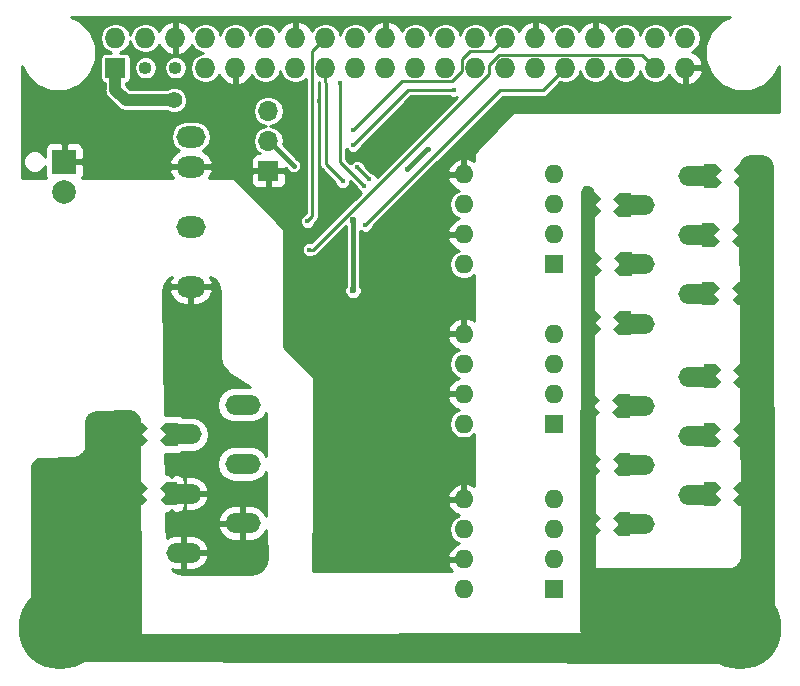
<source format=gbr>
G04 #@! TF.GenerationSoftware,KiCad,Pcbnew,(5.1.0)-1*
G04 #@! TF.CreationDate,2019-03-28T22:22:43+01:00*
G04 #@! TF.ProjectId,debounce_shield,6465626f-756e-4636-955f-736869656c64,rev?*
G04 #@! TF.SameCoordinates,Original*
G04 #@! TF.FileFunction,Copper,L2,Bot*
G04 #@! TF.FilePolarity,Positive*
%FSLAX46Y46*%
G04 Gerber Fmt 4.6, Leading zero omitted, Abs format (unit mm)*
G04 Created by KiCad (PCBNEW (5.1.0)-1) date 2019-03-28 22:22:43*
%MOMM*%
%LPD*%
G04 APERTURE LIST*
%ADD10C,1.000000*%
%ADD11C,0.150000*%
%ADD12C,0.700000*%
%ADD13C,7.000000*%
%ADD14O,3.000000X1.700000*%
%ADD15O,1.600000X1.600000*%
%ADD16R,1.600000X1.600000*%
%ADD17O,2.500000X1.800000*%
%ADD18R,1.700000X1.700000*%
%ADD19O,1.700000X1.700000*%
%ADD20R,2.000000X2.000000*%
%ADD21C,2.000000*%
%ADD22R,1.727200X1.727200*%
%ADD23O,1.727200X1.727200*%
%ADD24O,1.100000X1.100000*%
%ADD25C,0.450000*%
%ADD26C,0.600000*%
%ADD27C,1.400000*%
%ADD28C,0.250000*%
%ADD29C,0.400000*%
%ADD30C,1.000000*%
%ADD31C,0.254000*%
G04 APERTURE END LIST*
D10*
X146035900Y-98945700D03*
D11*
G36*
X145535900Y-99945700D02*
G01*
X145535900Y-97945700D01*
X146535900Y-97945700D01*
X146535900Y-99945700D01*
X145535900Y-99945700D01*
X145535900Y-99945700D01*
G37*
D10*
X149035900Y-98945700D03*
D11*
G36*
X148535900Y-99945700D02*
G01*
X148535900Y-97945700D01*
X149535900Y-97945700D01*
X149535900Y-99945700D01*
X148535900Y-99945700D01*
X148535900Y-99945700D01*
G37*
D12*
X146535900Y-99445700D03*
D11*
G36*
X146040925Y-99445700D02*
G01*
X146535900Y-98950725D01*
X147030875Y-99445700D01*
X146535900Y-99940675D01*
X146040925Y-99445700D01*
X146040925Y-99445700D01*
G37*
D12*
X146535900Y-98445700D03*
D11*
G36*
X146040925Y-98445700D02*
G01*
X146535900Y-97950725D01*
X147030875Y-98445700D01*
X146535900Y-98940675D01*
X146040925Y-98445700D01*
X146040925Y-98445700D01*
G37*
D12*
X148535900Y-99445700D03*
D11*
G36*
X148040925Y-99445700D02*
G01*
X148535900Y-98950725D01*
X149030875Y-99445700D01*
X148535900Y-99940675D01*
X148040925Y-99445700D01*
X148040925Y-99445700D01*
G37*
D12*
X148535900Y-98445700D03*
D11*
G36*
X148040925Y-98445700D02*
G01*
X148535900Y-97950725D01*
X149030875Y-98445700D01*
X148535900Y-98940675D01*
X148040925Y-98445700D01*
X148040925Y-98445700D01*
G37*
D12*
X110118400Y-112898300D03*
D11*
G36*
X109623425Y-112898300D02*
G01*
X110118400Y-112403325D01*
X110613375Y-112898300D01*
X110118400Y-113393275D01*
X109623425Y-112898300D01*
X109623425Y-112898300D01*
G37*
D12*
X110118400Y-113898300D03*
D11*
G36*
X109623425Y-113898300D02*
G01*
X110118400Y-113403325D01*
X110613375Y-113898300D01*
X110118400Y-114393275D01*
X109623425Y-113898300D01*
X109623425Y-113898300D01*
G37*
D12*
X108118400Y-112898300D03*
D11*
G36*
X107623425Y-112898300D02*
G01*
X108118400Y-112403325D01*
X108613375Y-112898300D01*
X108118400Y-113393275D01*
X107623425Y-112898300D01*
X107623425Y-112898300D01*
G37*
D12*
X108118400Y-113898300D03*
D11*
G36*
X107623425Y-113898300D02*
G01*
X108118400Y-113403325D01*
X108613375Y-113898300D01*
X108118400Y-114393275D01*
X107623425Y-113898300D01*
X107623425Y-113898300D01*
G37*
D10*
X110618400Y-113398300D03*
D11*
G36*
X110118400Y-114398300D02*
G01*
X110118400Y-112398300D01*
X111118400Y-112398300D01*
X111118400Y-114398300D01*
X110118400Y-114398300D01*
X110118400Y-114398300D01*
G37*
D10*
X107618400Y-113398300D03*
D11*
G36*
X107118400Y-114398300D02*
G01*
X107118400Y-112398300D01*
X108118400Y-112398300D01*
X108118400Y-114398300D01*
X107118400Y-114398300D01*
X107118400Y-114398300D01*
G37*
D10*
X107643800Y-108381800D03*
D11*
G36*
X107143800Y-109381800D02*
G01*
X107143800Y-107381800D01*
X108143800Y-107381800D01*
X108143800Y-109381800D01*
X107143800Y-109381800D01*
X107143800Y-109381800D01*
G37*
D10*
X110643800Y-108381800D03*
D11*
G36*
X110143800Y-109381800D02*
G01*
X110143800Y-107381800D01*
X111143800Y-107381800D01*
X111143800Y-109381800D01*
X110143800Y-109381800D01*
X110143800Y-109381800D01*
G37*
D12*
X108143800Y-108881800D03*
D11*
G36*
X107648825Y-108881800D02*
G01*
X108143800Y-108386825D01*
X108638775Y-108881800D01*
X108143800Y-109376775D01*
X107648825Y-108881800D01*
X107648825Y-108881800D01*
G37*
D12*
X108143800Y-107881800D03*
D11*
G36*
X107648825Y-107881800D02*
G01*
X108143800Y-107386825D01*
X108638775Y-107881800D01*
X108143800Y-108376775D01*
X107648825Y-107881800D01*
X107648825Y-107881800D01*
G37*
D12*
X110143800Y-108881800D03*
D11*
G36*
X109648825Y-108881800D02*
G01*
X110143800Y-108386825D01*
X110638775Y-108881800D01*
X110143800Y-109376775D01*
X109648825Y-108881800D01*
X109648825Y-108881800D01*
G37*
D12*
X110143800Y-107881800D03*
D11*
G36*
X109648825Y-107881800D02*
G01*
X110143800Y-107386825D01*
X110638775Y-107881800D01*
X110143800Y-108376775D01*
X109648825Y-107881800D01*
X109648825Y-107881800D01*
G37*
D12*
X156708600Y-86987000D03*
D11*
G36*
X157203575Y-86987000D02*
G01*
X156708600Y-87481975D01*
X156213625Y-86987000D01*
X156708600Y-86492025D01*
X157203575Y-86987000D01*
X157203575Y-86987000D01*
G37*
D12*
X156708600Y-85987000D03*
D11*
G36*
X157203575Y-85987000D02*
G01*
X156708600Y-86481975D01*
X156213625Y-85987000D01*
X156708600Y-85492025D01*
X157203575Y-85987000D01*
X157203575Y-85987000D01*
G37*
D12*
X158708600Y-86987000D03*
D11*
G36*
X159203575Y-86987000D02*
G01*
X158708600Y-87481975D01*
X158213625Y-86987000D01*
X158708600Y-86492025D01*
X159203575Y-86987000D01*
X159203575Y-86987000D01*
G37*
D12*
X158708600Y-85987000D03*
D11*
G36*
X159203575Y-85987000D02*
G01*
X158708600Y-86481975D01*
X158213625Y-85987000D01*
X158708600Y-85492025D01*
X159203575Y-85987000D01*
X159203575Y-85987000D01*
G37*
D10*
X156208600Y-86487000D03*
D11*
G36*
X156708600Y-85487000D02*
G01*
X156708600Y-87487000D01*
X155708600Y-87487000D01*
X155708600Y-85487000D01*
X156708600Y-85487000D01*
X156708600Y-85487000D01*
G37*
D10*
X159208600Y-86487000D03*
D11*
G36*
X159708600Y-85487000D02*
G01*
X159708600Y-87487000D01*
X158708600Y-87487000D01*
X158708600Y-85487000D01*
X159708600Y-85487000D01*
X159708600Y-85487000D01*
G37*
D10*
X146035900Y-88950800D03*
D11*
G36*
X145535900Y-89950800D02*
G01*
X145535900Y-87950800D01*
X146535900Y-87950800D01*
X146535900Y-89950800D01*
X145535900Y-89950800D01*
X145535900Y-89950800D01*
G37*
D10*
X149035900Y-88950800D03*
D11*
G36*
X148535900Y-89950800D02*
G01*
X148535900Y-87950800D01*
X149535900Y-87950800D01*
X149535900Y-89950800D01*
X148535900Y-89950800D01*
X148535900Y-89950800D01*
G37*
D12*
X146535900Y-89450800D03*
D11*
G36*
X146040925Y-89450800D02*
G01*
X146535900Y-88955825D01*
X147030875Y-89450800D01*
X146535900Y-89945775D01*
X146040925Y-89450800D01*
X146040925Y-89450800D01*
G37*
D12*
X146535900Y-88450800D03*
D11*
G36*
X146040925Y-88450800D02*
G01*
X146535900Y-87955825D01*
X147030875Y-88450800D01*
X146535900Y-88945775D01*
X146040925Y-88450800D01*
X146040925Y-88450800D01*
G37*
D12*
X148535900Y-89450800D03*
D11*
G36*
X148040925Y-89450800D02*
G01*
X148535900Y-88955825D01*
X149030875Y-89450800D01*
X148535900Y-89945775D01*
X148040925Y-89450800D01*
X148040925Y-89450800D01*
G37*
D12*
X148535900Y-88450800D03*
D11*
G36*
X148040925Y-88450800D02*
G01*
X148535900Y-87955825D01*
X149030875Y-88450800D01*
X148535900Y-88945775D01*
X148040925Y-88450800D01*
X148040925Y-88450800D01*
G37*
D12*
X148472400Y-115451000D03*
D11*
G36*
X147977425Y-115451000D02*
G01*
X148472400Y-114956025D01*
X148967375Y-115451000D01*
X148472400Y-115945975D01*
X147977425Y-115451000D01*
X147977425Y-115451000D01*
G37*
D12*
X148472400Y-116451000D03*
D11*
G36*
X147977425Y-116451000D02*
G01*
X148472400Y-115956025D01*
X148967375Y-116451000D01*
X148472400Y-116945975D01*
X147977425Y-116451000D01*
X147977425Y-116451000D01*
G37*
D12*
X146472400Y-115451000D03*
D11*
G36*
X145977425Y-115451000D02*
G01*
X146472400Y-114956025D01*
X146967375Y-115451000D01*
X146472400Y-115945975D01*
X145977425Y-115451000D01*
X145977425Y-115451000D01*
G37*
D12*
X146472400Y-116451000D03*
D11*
G36*
X145977425Y-116451000D02*
G01*
X146472400Y-115956025D01*
X146967375Y-116451000D01*
X146472400Y-116945975D01*
X145977425Y-116451000D01*
X145977425Y-116451000D01*
G37*
D10*
X148972400Y-115951000D03*
D11*
G36*
X148472400Y-116951000D02*
G01*
X148472400Y-114951000D01*
X149472400Y-114951000D01*
X149472400Y-116951000D01*
X148472400Y-116951000D01*
X148472400Y-116951000D01*
G37*
D10*
X145972400Y-115951000D03*
D11*
G36*
X145472400Y-116951000D02*
G01*
X145472400Y-114951000D01*
X146472400Y-114951000D01*
X146472400Y-116951000D01*
X145472400Y-116951000D01*
X145472400Y-116951000D01*
G37*
D10*
X146074000Y-93954600D03*
D11*
G36*
X145574000Y-94954600D02*
G01*
X145574000Y-92954600D01*
X146574000Y-92954600D01*
X146574000Y-94954600D01*
X145574000Y-94954600D01*
X145574000Y-94954600D01*
G37*
D10*
X149074000Y-93954600D03*
D11*
G36*
X148574000Y-94954600D02*
G01*
X148574000Y-92954600D01*
X149574000Y-92954600D01*
X149574000Y-94954600D01*
X148574000Y-94954600D01*
X148574000Y-94954600D01*
G37*
D12*
X146574000Y-94454600D03*
D11*
G36*
X146079025Y-94454600D02*
G01*
X146574000Y-93959625D01*
X147068975Y-94454600D01*
X146574000Y-94949575D01*
X146079025Y-94454600D01*
X146079025Y-94454600D01*
G37*
D12*
X146574000Y-93454600D03*
D11*
G36*
X146079025Y-93454600D02*
G01*
X146574000Y-92959625D01*
X147068975Y-93454600D01*
X146574000Y-93949575D01*
X146079025Y-93454600D01*
X146079025Y-93454600D01*
G37*
D12*
X148574000Y-94454600D03*
D11*
G36*
X148079025Y-94454600D02*
G01*
X148574000Y-93959625D01*
X149068975Y-94454600D01*
X148574000Y-94949575D01*
X148079025Y-94454600D01*
X148079025Y-94454600D01*
G37*
D12*
X148574000Y-93454600D03*
D11*
G36*
X148079025Y-93454600D02*
G01*
X148574000Y-92959625D01*
X149068975Y-93454600D01*
X148574000Y-93949575D01*
X148079025Y-93454600D01*
X148079025Y-93454600D01*
G37*
D12*
X156695900Y-113949100D03*
D11*
G36*
X157190875Y-113949100D02*
G01*
X156695900Y-114444075D01*
X156200925Y-113949100D01*
X156695900Y-113454125D01*
X157190875Y-113949100D01*
X157190875Y-113949100D01*
G37*
D12*
X156695900Y-112949100D03*
D11*
G36*
X157190875Y-112949100D02*
G01*
X156695900Y-113444075D01*
X156200925Y-112949100D01*
X156695900Y-112454125D01*
X157190875Y-112949100D01*
X157190875Y-112949100D01*
G37*
D12*
X158695900Y-113949100D03*
D11*
G36*
X159190875Y-113949100D02*
G01*
X158695900Y-114444075D01*
X158200925Y-113949100D01*
X158695900Y-113454125D01*
X159190875Y-113949100D01*
X159190875Y-113949100D01*
G37*
D12*
X158695900Y-112949100D03*
D11*
G36*
X159190875Y-112949100D02*
G01*
X158695900Y-113444075D01*
X158200925Y-112949100D01*
X158695900Y-112454125D01*
X159190875Y-112949100D01*
X159190875Y-112949100D01*
G37*
D10*
X156195900Y-113449100D03*
D11*
G36*
X156695900Y-112449100D02*
G01*
X156695900Y-114449100D01*
X155695900Y-114449100D01*
X155695900Y-112449100D01*
X156695900Y-112449100D01*
X156695900Y-112449100D01*
G37*
D10*
X159195900Y-113449100D03*
D11*
G36*
X159695900Y-112449100D02*
G01*
X159695900Y-114449100D01*
X158695900Y-114449100D01*
X158695900Y-112449100D01*
X159695900Y-112449100D01*
X159695900Y-112449100D01*
G37*
D10*
X145972400Y-110947200D03*
D11*
G36*
X145472400Y-111947200D02*
G01*
X145472400Y-109947200D01*
X146472400Y-109947200D01*
X146472400Y-111947200D01*
X145472400Y-111947200D01*
X145472400Y-111947200D01*
G37*
D10*
X148972400Y-110947200D03*
D11*
G36*
X148472400Y-111947200D02*
G01*
X148472400Y-109947200D01*
X149472400Y-109947200D01*
X149472400Y-111947200D01*
X148472400Y-111947200D01*
X148472400Y-111947200D01*
G37*
D12*
X146472400Y-111447200D03*
D11*
G36*
X145977425Y-111447200D02*
G01*
X146472400Y-110952225D01*
X146967375Y-111447200D01*
X146472400Y-111942175D01*
X145977425Y-111447200D01*
X145977425Y-111447200D01*
G37*
D12*
X146472400Y-110447200D03*
D11*
G36*
X145977425Y-110447200D02*
G01*
X146472400Y-109952225D01*
X146967375Y-110447200D01*
X146472400Y-110942175D01*
X145977425Y-110447200D01*
X145977425Y-110447200D01*
G37*
D12*
X148472400Y-111447200D03*
D11*
G36*
X147977425Y-111447200D02*
G01*
X148472400Y-110952225D01*
X148967375Y-111447200D01*
X148472400Y-111942175D01*
X147977425Y-111447200D01*
X147977425Y-111447200D01*
G37*
D12*
X148472400Y-110447200D03*
D11*
G36*
X147977425Y-110447200D02*
G01*
X148472400Y-109952225D01*
X148967375Y-110447200D01*
X148472400Y-110942175D01*
X147977425Y-110447200D01*
X147977425Y-110447200D01*
G37*
D12*
X156670500Y-108919900D03*
D11*
G36*
X157165475Y-108919900D02*
G01*
X156670500Y-109414875D01*
X156175525Y-108919900D01*
X156670500Y-108424925D01*
X157165475Y-108919900D01*
X157165475Y-108919900D01*
G37*
D12*
X156670500Y-107919900D03*
D11*
G36*
X157165475Y-107919900D02*
G01*
X156670500Y-108414875D01*
X156175525Y-107919900D01*
X156670500Y-107424925D01*
X157165475Y-107919900D01*
X157165475Y-107919900D01*
G37*
D12*
X158670500Y-108919900D03*
D11*
G36*
X159165475Y-108919900D02*
G01*
X158670500Y-109414875D01*
X158175525Y-108919900D01*
X158670500Y-108424925D01*
X159165475Y-108919900D01*
X159165475Y-108919900D01*
G37*
D12*
X158670500Y-107919900D03*
D11*
G36*
X159165475Y-107919900D02*
G01*
X158670500Y-108414875D01*
X158175525Y-107919900D01*
X158670500Y-107424925D01*
X159165475Y-107919900D01*
X159165475Y-107919900D01*
G37*
D10*
X156170500Y-108419900D03*
D11*
G36*
X156670500Y-107419900D02*
G01*
X156670500Y-109419900D01*
X155670500Y-109419900D01*
X155670500Y-107419900D01*
X156670500Y-107419900D01*
X156670500Y-107419900D01*
G37*
D10*
X159170500Y-108419900D03*
D11*
G36*
X159670500Y-107419900D02*
G01*
X159670500Y-109419900D01*
X158670500Y-109419900D01*
X158670500Y-107419900D01*
X159670500Y-107419900D01*
X159670500Y-107419900D01*
G37*
D10*
X145921600Y-105981500D03*
D11*
G36*
X145421600Y-106981500D02*
G01*
X145421600Y-104981500D01*
X146421600Y-104981500D01*
X146421600Y-106981500D01*
X145421600Y-106981500D01*
X145421600Y-106981500D01*
G37*
D10*
X148921600Y-105981500D03*
D11*
G36*
X148421600Y-106981500D02*
G01*
X148421600Y-104981500D01*
X149421600Y-104981500D01*
X149421600Y-106981500D01*
X148421600Y-106981500D01*
X148421600Y-106981500D01*
G37*
D12*
X146421600Y-106481500D03*
D11*
G36*
X145926625Y-106481500D02*
G01*
X146421600Y-105986525D01*
X146916575Y-106481500D01*
X146421600Y-106976475D01*
X145926625Y-106481500D01*
X145926625Y-106481500D01*
G37*
D12*
X146421600Y-105481500D03*
D11*
G36*
X145926625Y-105481500D02*
G01*
X146421600Y-104986525D01*
X146916575Y-105481500D01*
X146421600Y-105976475D01*
X145926625Y-105481500D01*
X145926625Y-105481500D01*
G37*
D12*
X148421600Y-106481500D03*
D11*
G36*
X147926625Y-106481500D02*
G01*
X148421600Y-105986525D01*
X148916575Y-106481500D01*
X148421600Y-106976475D01*
X147926625Y-106481500D01*
X147926625Y-106481500D01*
G37*
D12*
X148421600Y-105481500D03*
D11*
G36*
X147926625Y-105481500D02*
G01*
X148421600Y-104986525D01*
X148916575Y-105481500D01*
X148421600Y-105976475D01*
X147926625Y-105481500D01*
X147926625Y-105481500D01*
G37*
D12*
X156686500Y-103933500D03*
D11*
G36*
X157181475Y-103933500D02*
G01*
X156686500Y-104428475D01*
X156191525Y-103933500D01*
X156686500Y-103438525D01*
X157181475Y-103933500D01*
X157181475Y-103933500D01*
G37*
D12*
X156686500Y-102933500D03*
D11*
G36*
X157181475Y-102933500D02*
G01*
X156686500Y-103428475D01*
X156191525Y-102933500D01*
X156686500Y-102438525D01*
X157181475Y-102933500D01*
X157181475Y-102933500D01*
G37*
D12*
X158686500Y-103933500D03*
D11*
G36*
X159181475Y-103933500D02*
G01*
X158686500Y-104428475D01*
X158191525Y-103933500D01*
X158686500Y-103438525D01*
X159181475Y-103933500D01*
X159181475Y-103933500D01*
G37*
D12*
X158686500Y-102933500D03*
D11*
G36*
X159181475Y-102933500D02*
G01*
X158686500Y-103428475D01*
X158191525Y-102933500D01*
X158686500Y-102438525D01*
X159181475Y-102933500D01*
X159181475Y-102933500D01*
G37*
D10*
X156186500Y-103433500D03*
D11*
G36*
X156686500Y-102433500D02*
G01*
X156686500Y-104433500D01*
X155686500Y-104433500D01*
X155686500Y-102433500D01*
X156686500Y-102433500D01*
X156686500Y-102433500D01*
G37*
D10*
X159186500Y-103433500D03*
D11*
G36*
X159686500Y-102433500D02*
G01*
X159686500Y-104433500D01*
X158686500Y-104433500D01*
X158686500Y-102433500D01*
X159686500Y-102433500D01*
X159686500Y-102433500D01*
G37*
D10*
X159072200Y-91524200D03*
D11*
G36*
X159572200Y-90524200D02*
G01*
X159572200Y-92524200D01*
X158572200Y-92524200D01*
X158572200Y-90524200D01*
X159572200Y-90524200D01*
X159572200Y-90524200D01*
G37*
D10*
X156072200Y-91524200D03*
D11*
G36*
X156572200Y-90524200D02*
G01*
X156572200Y-92524200D01*
X155572200Y-92524200D01*
X155572200Y-90524200D01*
X156572200Y-90524200D01*
X156572200Y-90524200D01*
G37*
D12*
X158572200Y-91024200D03*
D11*
G36*
X159067175Y-91024200D02*
G01*
X158572200Y-91519175D01*
X158077225Y-91024200D01*
X158572200Y-90529225D01*
X159067175Y-91024200D01*
X159067175Y-91024200D01*
G37*
D12*
X158572200Y-92024200D03*
D11*
G36*
X159067175Y-92024200D02*
G01*
X158572200Y-92519175D01*
X158077225Y-92024200D01*
X158572200Y-91529225D01*
X159067175Y-92024200D01*
X159067175Y-92024200D01*
G37*
D12*
X156572200Y-91024200D03*
D11*
G36*
X157067175Y-91024200D02*
G01*
X156572200Y-91519175D01*
X156077225Y-91024200D01*
X156572200Y-90529225D01*
X157067175Y-91024200D01*
X157067175Y-91024200D01*
G37*
D12*
X156572200Y-92024200D03*
D11*
G36*
X157067175Y-92024200D02*
G01*
X156572200Y-92519175D01*
X156077225Y-92024200D01*
X156572200Y-91529225D01*
X157067175Y-92024200D01*
X157067175Y-92024200D01*
G37*
D12*
X156581600Y-96969200D03*
D11*
G36*
X157076575Y-96969200D02*
G01*
X156581600Y-97464175D01*
X156086625Y-96969200D01*
X156581600Y-96474225D01*
X157076575Y-96969200D01*
X157076575Y-96969200D01*
G37*
D12*
X156581600Y-95969200D03*
D11*
G36*
X157076575Y-95969200D02*
G01*
X156581600Y-96464175D01*
X156086625Y-95969200D01*
X156581600Y-95474225D01*
X157076575Y-95969200D01*
X157076575Y-95969200D01*
G37*
D12*
X158581600Y-96969200D03*
D11*
G36*
X159076575Y-96969200D02*
G01*
X158581600Y-97464175D01*
X158086625Y-96969200D01*
X158581600Y-96474225D01*
X159076575Y-96969200D01*
X159076575Y-96969200D01*
G37*
D12*
X158581600Y-95969200D03*
D11*
G36*
X159076575Y-95969200D02*
G01*
X158581600Y-96464175D01*
X158086625Y-95969200D01*
X158581600Y-95474225D01*
X159076575Y-95969200D01*
X159076575Y-95969200D01*
G37*
D10*
X156081600Y-96469200D03*
D11*
G36*
X156581600Y-95469200D02*
G01*
X156581600Y-97469200D01*
X155581600Y-97469200D01*
X155581600Y-95469200D01*
X156581600Y-95469200D01*
X156581600Y-95469200D01*
G37*
D10*
X159081600Y-96469200D03*
D11*
G36*
X159581600Y-95469200D02*
G01*
X159581600Y-97469200D01*
X158581600Y-97469200D01*
X158581600Y-95469200D01*
X159581600Y-95469200D01*
X159581600Y-95469200D01*
G37*
D13*
X158724600Y-124802900D03*
X101219000Y-124752100D03*
D14*
X155000000Y-103500000D03*
X150000000Y-106000000D03*
X155000000Y-108500000D03*
X150000000Y-111000000D03*
X155000000Y-113500000D03*
X150000000Y-116000000D03*
X150000000Y-99000000D03*
X155000000Y-96500000D03*
X150000000Y-94000000D03*
X155000000Y-91500000D03*
X150000000Y-89000000D03*
X155000000Y-86500000D03*
X116645700Y-105889400D03*
X111645700Y-108389400D03*
X116645700Y-110889400D03*
X111645700Y-113389400D03*
X116645700Y-115889400D03*
X111645700Y-118389400D03*
D15*
X135380000Y-121500000D03*
X143000000Y-113880000D03*
X135380000Y-118960000D03*
X143000000Y-116420000D03*
X135380000Y-116420000D03*
X143000000Y-118960000D03*
X135380000Y-113880000D03*
D16*
X143000000Y-121500000D03*
D17*
X112268000Y-95885000D03*
X112268000Y-90805000D03*
X112268000Y-85725000D03*
X112268000Y-83185000D03*
D16*
X143000000Y-94000000D03*
D15*
X135380000Y-86380000D03*
X143000000Y-91460000D03*
X135380000Y-88920000D03*
X143000000Y-88920000D03*
X135380000Y-91460000D03*
X143000000Y-86380000D03*
X135380000Y-94000000D03*
D16*
X143000000Y-107500000D03*
D15*
X135380000Y-99880000D03*
X143000000Y-104960000D03*
X135380000Y-102420000D03*
X143000000Y-102420000D03*
X135380000Y-104960000D03*
X143000000Y-99880000D03*
X135380000Y-107500000D03*
D18*
X118821200Y-86080600D03*
D19*
X118821200Y-83540600D03*
X118821200Y-81000600D03*
D20*
X101549200Y-85293200D03*
D21*
X101549200Y-87833200D03*
D22*
X105880600Y-77355200D03*
D23*
X105880600Y-74815200D03*
D24*
X108420600Y-77355200D03*
D23*
X108420600Y-74815200D03*
D24*
X110960600Y-77355200D03*
D23*
X110960600Y-74815200D03*
X113500600Y-77355200D03*
X113500600Y-74815200D03*
X116040600Y-77355200D03*
X116040600Y-74815200D03*
X118580600Y-77355200D03*
X118580600Y-74815200D03*
X121120600Y-77355200D03*
X121120600Y-74815200D03*
X123660600Y-77355200D03*
X123660600Y-74815200D03*
X126200600Y-77355200D03*
X126200600Y-74815200D03*
X128740600Y-77355200D03*
X128740600Y-74815200D03*
X131280600Y-77355200D03*
X131280600Y-74815200D03*
X133820600Y-77355200D03*
X133820600Y-74815200D03*
X136360600Y-77355200D03*
X136360600Y-74815200D03*
X138900600Y-77355200D03*
X138900600Y-74815200D03*
X141440600Y-77355200D03*
X141440600Y-74815200D03*
X143980600Y-77355200D03*
X143980600Y-74815200D03*
X146520600Y-77355200D03*
X146520600Y-74815200D03*
X149060600Y-77355200D03*
X149060600Y-74815200D03*
X151600600Y-77355200D03*
X151600600Y-74815200D03*
X154140600Y-77355200D03*
X154140600Y-74815200D03*
D25*
X124879100Y-78600300D03*
X126936500Y-87350600D03*
X125120400Y-86944200D03*
X126339600Y-85763100D03*
X127355600Y-86791800D03*
X122135900Y-90322400D03*
X127050800Y-90639900D03*
X122301000Y-92748100D03*
D26*
X130000000Y-98200000D03*
X121000000Y-90200000D03*
D25*
X132664200Y-80213200D03*
X123113800Y-80187800D03*
X132334000Y-84201000D03*
X130543300Y-85890100D03*
D27*
X110845600Y-80086200D03*
D25*
X125996700Y-83883500D03*
X134531100Y-79209900D03*
X126022100Y-82613500D03*
X120967500Y-85623400D03*
D26*
X126000000Y-96200000D03*
X126000000Y-90199988D03*
D28*
X124879100Y-78600300D02*
X124879100Y-85293200D01*
X124879100Y-85293200D02*
X126936500Y-87350600D01*
X123660600Y-78576514D02*
X123660600Y-77355200D01*
X123685300Y-78601214D02*
X123660600Y-78576514D01*
X123685300Y-85509100D02*
X123685300Y-78601214D01*
X125120400Y-86944200D02*
X123685300Y-85509100D01*
X126339600Y-85763100D02*
X126339600Y-85775800D01*
X126339600Y-85775800D02*
X127355600Y-86791800D01*
X122541999Y-89916301D02*
X122135900Y-90322400D01*
X123660600Y-74815200D02*
X122541999Y-75933801D01*
X122541999Y-75933801D02*
X122541999Y-89916301D01*
X143980600Y-77355200D02*
X142075100Y-79260700D01*
X142075100Y-79260700D02*
X138430000Y-79260700D01*
X138430000Y-79260700D02*
X127050800Y-90639900D01*
X122619198Y-92748100D02*
X122301000Y-92748100D01*
X122623230Y-92748100D02*
X122619198Y-92748100D01*
X137479201Y-77892129D02*
X122623230Y-92748100D01*
X137479201Y-77138099D02*
X137479201Y-77892129D01*
X138380701Y-76236599D02*
X137479201Y-77138099D01*
X150481999Y-76236599D02*
X138380701Y-76236599D01*
X151600600Y-77355200D02*
X150481999Y-76236599D01*
D29*
X132232400Y-84201000D02*
X130543300Y-85890100D01*
X132334000Y-84201000D02*
X132232400Y-84201000D01*
D30*
X105880600Y-79218800D02*
X105880600Y-77355200D01*
X106748000Y-80086200D02*
X105880600Y-79218800D01*
X110845600Y-80086200D02*
X106748000Y-80086200D01*
D28*
X125996700Y-83883500D02*
X130670300Y-79209900D01*
X130670300Y-79209900D02*
X134531100Y-79209900D01*
X138037001Y-75678799D02*
X138900600Y-74815200D01*
X137781999Y-75933801D02*
X138037001Y-75678799D01*
X135902199Y-75933801D02*
X137781999Y-75933801D01*
X135241999Y-76594001D02*
X135902199Y-75933801D01*
X135241999Y-77589331D02*
X135241999Y-76594001D01*
X134357529Y-78473801D02*
X135241999Y-77589331D01*
X130161799Y-78473801D02*
X134357529Y-78473801D01*
X126022100Y-82613500D02*
X130161799Y-78473801D01*
D29*
X118884700Y-83540600D02*
X120967500Y-85623400D01*
X118821200Y-83540600D02*
X118884700Y-83540600D01*
X126000000Y-96200000D02*
X126000000Y-90199988D01*
D31*
G36*
X157182651Y-73349481D02*
G01*
X156274881Y-74257251D01*
X155783600Y-75443310D01*
X155783600Y-76727090D01*
X156274881Y-77913149D01*
X157182651Y-78820919D01*
X158368710Y-79312200D01*
X159652490Y-79312200D01*
X160838549Y-78820919D01*
X161746319Y-77913149D01*
X162033600Y-77219590D01*
X162033600Y-81089500D01*
X139665000Y-81089500D01*
X139616399Y-81099167D01*
X139573611Y-81128312D01*
X136308611Y-84511812D01*
X136281820Y-84553498D01*
X136273000Y-84600000D01*
X136272997Y-85269409D01*
X136235134Y-85227611D01*
X135729041Y-84988086D01*
X135507000Y-85109371D01*
X135507000Y-86253000D01*
X135527000Y-86253000D01*
X135527000Y-86507000D01*
X135507000Y-86507000D01*
X135507000Y-86527000D01*
X135253000Y-86527000D01*
X135253000Y-86507000D01*
X134110085Y-86507000D01*
X133988096Y-86729039D01*
X134148959Y-87117423D01*
X134524866Y-87532389D01*
X134981088Y-87748311D01*
X134901248Y-87764192D01*
X134495383Y-88035383D01*
X134224192Y-88441248D01*
X134128962Y-88920000D01*
X134224192Y-89398752D01*
X134495383Y-89804617D01*
X134901248Y-90075808D01*
X134981088Y-90091689D01*
X134524866Y-90307611D01*
X134148959Y-90722577D01*
X133988096Y-91110961D01*
X134110085Y-91333000D01*
X135253000Y-91333000D01*
X135253000Y-91313000D01*
X135507000Y-91313000D01*
X135507000Y-91333000D01*
X135527000Y-91333000D01*
X135527000Y-91587000D01*
X135507000Y-91587000D01*
X135507000Y-91607000D01*
X135253000Y-91607000D01*
X135253000Y-91587000D01*
X134110085Y-91587000D01*
X133988096Y-91809039D01*
X134148959Y-92197423D01*
X134524866Y-92612389D01*
X134981088Y-92828311D01*
X134901248Y-92844192D01*
X134495383Y-93115383D01*
X134224192Y-93521248D01*
X134128962Y-94000000D01*
X134224192Y-94478752D01*
X134495383Y-94884617D01*
X134901248Y-95155808D01*
X135259153Y-95227000D01*
X135500847Y-95227000D01*
X135858752Y-95155808D01*
X136264617Y-94884617D01*
X136272961Y-94872129D01*
X136272947Y-98769353D01*
X136235134Y-98727611D01*
X135729041Y-98488086D01*
X135507000Y-98609371D01*
X135507000Y-99753000D01*
X135527000Y-99753000D01*
X135527000Y-100007000D01*
X135507000Y-100007000D01*
X135507000Y-100027000D01*
X135253000Y-100027000D01*
X135253000Y-100007000D01*
X134110085Y-100007000D01*
X133988096Y-100229039D01*
X134148959Y-100617423D01*
X134524866Y-101032389D01*
X134981088Y-101248311D01*
X134901248Y-101264192D01*
X134495383Y-101535383D01*
X134224192Y-101941248D01*
X134128962Y-102420000D01*
X134224192Y-102898752D01*
X134495383Y-103304617D01*
X134901248Y-103575808D01*
X134981088Y-103591689D01*
X134524866Y-103807611D01*
X134148959Y-104222577D01*
X133988096Y-104610961D01*
X134110085Y-104833000D01*
X135253000Y-104833000D01*
X135253000Y-104813000D01*
X135507000Y-104813000D01*
X135507000Y-104833000D01*
X135527000Y-104833000D01*
X135527000Y-105087000D01*
X135507000Y-105087000D01*
X135507000Y-105107000D01*
X135253000Y-105107000D01*
X135253000Y-105087000D01*
X134110085Y-105087000D01*
X133988096Y-105309039D01*
X134148959Y-105697423D01*
X134524866Y-106112389D01*
X134981088Y-106328311D01*
X134901248Y-106344192D01*
X134495383Y-106615383D01*
X134224192Y-107021248D01*
X134128962Y-107500000D01*
X134224192Y-107978752D01*
X134495383Y-108384617D01*
X134901248Y-108655808D01*
X135259153Y-108727000D01*
X135500847Y-108727000D01*
X135858752Y-108655808D01*
X136264617Y-108384617D01*
X136272911Y-108372205D01*
X136272894Y-112769295D01*
X136235134Y-112727611D01*
X135729041Y-112488086D01*
X135507000Y-112609371D01*
X135507000Y-113753000D01*
X135527000Y-113753000D01*
X135527000Y-114007000D01*
X135507000Y-114007000D01*
X135507000Y-114027000D01*
X135253000Y-114027000D01*
X135253000Y-114007000D01*
X134110085Y-114007000D01*
X133988096Y-114229039D01*
X134148959Y-114617423D01*
X134524866Y-115032389D01*
X134981088Y-115248311D01*
X134901248Y-115264192D01*
X134495383Y-115535383D01*
X134224192Y-115941248D01*
X134128962Y-116420000D01*
X134224192Y-116898752D01*
X134495383Y-117304617D01*
X134901248Y-117575808D01*
X134981088Y-117591689D01*
X134524866Y-117807611D01*
X134148959Y-118222577D01*
X133988096Y-118610961D01*
X134110085Y-118833000D01*
X135253000Y-118833000D01*
X135253000Y-118813000D01*
X135507000Y-118813000D01*
X135507000Y-118833000D01*
X135527000Y-118833000D01*
X135527000Y-119087000D01*
X135507000Y-119087000D01*
X135507000Y-119107000D01*
X135253000Y-119107000D01*
X135253000Y-119087000D01*
X134110085Y-119087000D01*
X133988096Y-119309039D01*
X134148959Y-119697423D01*
X134413635Y-119989600D01*
X122604882Y-119989600D01*
X122653006Y-113530961D01*
X133988096Y-113530961D01*
X134110085Y-113753000D01*
X135253000Y-113753000D01*
X135253000Y-112609371D01*
X135030959Y-112488086D01*
X134524866Y-112727611D01*
X134148959Y-113142577D01*
X133988096Y-113530961D01*
X122653006Y-113530961D01*
X122726996Y-103600946D01*
X122717692Y-103552275D01*
X122689803Y-103510197D01*
X120127000Y-100947394D01*
X120127000Y-99530961D01*
X133988096Y-99530961D01*
X134110085Y-99753000D01*
X135253000Y-99753000D01*
X135253000Y-98609371D01*
X135030959Y-98488086D01*
X134524866Y-98727611D01*
X134148959Y-99142577D01*
X133988096Y-99530961D01*
X120127000Y-99530961D01*
X120127000Y-91000000D01*
X120117333Y-90951399D01*
X120089803Y-90910197D01*
X115889803Y-86710197D01*
X115848601Y-86682667D01*
X115800000Y-86673000D01*
X113819622Y-86673000D01*
X113989743Y-86366350D01*
X117336200Y-86366350D01*
X117336200Y-87056910D01*
X117432873Y-87290299D01*
X117611502Y-87468927D01*
X117844891Y-87565600D01*
X118535450Y-87565600D01*
X118694200Y-87406850D01*
X118694200Y-86207600D01*
X118948200Y-86207600D01*
X118948200Y-87406850D01*
X119106950Y-87565600D01*
X119797509Y-87565600D01*
X120030898Y-87468927D01*
X120209527Y-87290299D01*
X120306200Y-87056910D01*
X120306200Y-86366350D01*
X120147450Y-86207600D01*
X118948200Y-86207600D01*
X118694200Y-86207600D01*
X117494950Y-86207600D01*
X117336200Y-86366350D01*
X113989743Y-86366350D01*
X114084756Y-86195086D01*
X114109036Y-86089740D01*
X113988378Y-85852000D01*
X112395000Y-85852000D01*
X112395000Y-85872000D01*
X112141000Y-85872000D01*
X112141000Y-85852000D01*
X110547622Y-85852000D01*
X110426964Y-86089740D01*
X110451244Y-86195086D01*
X110716378Y-86673000D01*
X103067425Y-86673000D01*
X103087527Y-86652898D01*
X103184200Y-86419509D01*
X103184200Y-85578950D01*
X103025450Y-85420200D01*
X101676200Y-85420200D01*
X101676200Y-85440200D01*
X101422200Y-85440200D01*
X101422200Y-85420200D01*
X101402200Y-85420200D01*
X101402200Y-85360260D01*
X110426964Y-85360260D01*
X110547622Y-85598000D01*
X112141000Y-85598000D01*
X112141000Y-85578000D01*
X112395000Y-85578000D01*
X112395000Y-85598000D01*
X113988378Y-85598000D01*
X114109036Y-85360260D01*
X114084756Y-85254914D01*
X114001194Y-85104290D01*
X117336200Y-85104290D01*
X117336200Y-85794850D01*
X117494950Y-85953600D01*
X118694200Y-85953600D01*
X118694200Y-85933600D01*
X118948200Y-85933600D01*
X118948200Y-85953600D01*
X120147450Y-85953600D01*
X120279219Y-85821831D01*
X120389761Y-85932373D01*
X120414761Y-85992728D01*
X120598172Y-86176139D01*
X120837809Y-86275400D01*
X121097191Y-86275400D01*
X121336828Y-86176139D01*
X121520239Y-85992728D01*
X121619500Y-85753091D01*
X121619500Y-85493709D01*
X121520239Y-85254072D01*
X121336828Y-85070661D01*
X121276473Y-85045661D01*
X120064849Y-83834037D01*
X120123217Y-83540600D01*
X120024107Y-83042340D01*
X119741865Y-82619935D01*
X119319460Y-82337693D01*
X118982160Y-82270600D01*
X119319460Y-82203507D01*
X119741865Y-81921265D01*
X120024107Y-81498860D01*
X120123217Y-81000600D01*
X120024107Y-80502340D01*
X119741865Y-80079935D01*
X119319460Y-79797693D01*
X118946969Y-79723600D01*
X118695431Y-79723600D01*
X118322940Y-79797693D01*
X117900535Y-80079935D01*
X117618293Y-80502340D01*
X117519183Y-81000600D01*
X117618293Y-81498860D01*
X117900535Y-81921265D01*
X118322940Y-82203507D01*
X118660240Y-82270600D01*
X118322940Y-82337693D01*
X117900535Y-82619935D01*
X117618293Y-83042340D01*
X117519183Y-83540600D01*
X117618293Y-84038860D01*
X117900535Y-84461265D01*
X118101582Y-84595600D01*
X117844891Y-84595600D01*
X117611502Y-84692273D01*
X117432873Y-84870901D01*
X117336200Y-85104290D01*
X114001194Y-85104290D01*
X113793212Y-84729394D01*
X113322752Y-84355446D01*
X113275213Y-84341833D01*
X113574713Y-84141713D01*
X113868006Y-83702770D01*
X113970997Y-83185000D01*
X113868006Y-82667230D01*
X113574713Y-82228287D01*
X113135770Y-81934994D01*
X112748696Y-81858000D01*
X111787304Y-81858000D01*
X111400230Y-81934994D01*
X110961287Y-82228287D01*
X110667994Y-82667230D01*
X110565003Y-83185000D01*
X110667994Y-83702770D01*
X110961287Y-84141713D01*
X111260787Y-84341833D01*
X111213248Y-84355446D01*
X110742788Y-84729394D01*
X110451244Y-85254914D01*
X110426964Y-85360260D01*
X101402200Y-85360260D01*
X101402200Y-85166200D01*
X101422200Y-85166200D01*
X101422200Y-83816950D01*
X101676200Y-83816950D01*
X101676200Y-85166200D01*
X103025450Y-85166200D01*
X103184200Y-85007450D01*
X103184200Y-84166891D01*
X103087527Y-83933502D01*
X102908899Y-83754873D01*
X102675510Y-83658200D01*
X101834950Y-83658200D01*
X101676200Y-83816950D01*
X101422200Y-83816950D01*
X101263450Y-83658200D01*
X100422890Y-83658200D01*
X100189501Y-83754873D01*
X100010873Y-83933502D01*
X99914200Y-84166891D01*
X99914200Y-84925039D01*
X99837461Y-84739774D01*
X99562626Y-84464939D01*
X99203537Y-84316200D01*
X98814863Y-84316200D01*
X98455774Y-84464939D01*
X98180939Y-84739774D01*
X98032200Y-85098863D01*
X98032200Y-85487537D01*
X98180939Y-85846626D01*
X98455774Y-86121461D01*
X98814863Y-86270200D01*
X99203537Y-86270200D01*
X99562626Y-86121461D01*
X99837461Y-85846626D01*
X99914200Y-85661361D01*
X99914200Y-86419509D01*
X100010873Y-86652898D01*
X100030975Y-86673000D01*
X97987600Y-86673000D01*
X97987600Y-77219590D01*
X98274881Y-77913149D01*
X99182651Y-78820919D01*
X100368710Y-79312200D01*
X101652490Y-79312200D01*
X102838549Y-78820919D01*
X103746319Y-77913149D01*
X104237600Y-76727090D01*
X104237600Y-75443310D01*
X103977429Y-74815200D01*
X104564716Y-74815200D01*
X104664882Y-75318767D01*
X104950130Y-75745670D01*
X105377033Y-76030918D01*
X105504310Y-76056235D01*
X105017000Y-76056235D01*
X104850393Y-76089375D01*
X104709150Y-76183750D01*
X104614775Y-76324993D01*
X104581635Y-76491600D01*
X104581635Y-78218800D01*
X104614775Y-78385407D01*
X104709150Y-78526650D01*
X104850393Y-78621025D01*
X104953600Y-78641554D01*
X104953600Y-79127499D01*
X104935439Y-79218800D01*
X104953600Y-79310100D01*
X104953600Y-79310101D01*
X105007385Y-79580496D01*
X105212270Y-79887130D01*
X105289675Y-79938850D01*
X106027951Y-80677127D01*
X106079670Y-80754530D01*
X106386303Y-80959415D01*
X106656698Y-81013200D01*
X106656699Y-81013200D01*
X106748000Y-81031361D01*
X106839300Y-81013200D01*
X110178782Y-81013200D01*
X110207206Y-81041624D01*
X110621426Y-81213200D01*
X111069774Y-81213200D01*
X111483994Y-81041624D01*
X111801024Y-80724594D01*
X111972600Y-80310374D01*
X111972600Y-79862026D01*
X111801024Y-79447806D01*
X111483994Y-79130776D01*
X111069774Y-78959200D01*
X110621426Y-78959200D01*
X110207206Y-79130776D01*
X110178782Y-79159200D01*
X107131976Y-79159200D01*
X106807600Y-78834825D01*
X106807600Y-78641554D01*
X106910807Y-78621025D01*
X107052050Y-78526650D01*
X107146425Y-78385407D01*
X107179565Y-78218800D01*
X107179565Y-77355200D01*
X107424460Y-77355200D01*
X107500287Y-77736406D01*
X107716223Y-78059577D01*
X108039394Y-78275513D01*
X108324377Y-78332200D01*
X108516823Y-78332200D01*
X108801806Y-78275513D01*
X109124977Y-78059577D01*
X109340913Y-77736406D01*
X109416740Y-77355200D01*
X109964460Y-77355200D01*
X110040287Y-77736406D01*
X110256223Y-78059577D01*
X110579394Y-78275513D01*
X110864377Y-78332200D01*
X111056823Y-78332200D01*
X111341806Y-78275513D01*
X111664977Y-78059577D01*
X111880913Y-77736406D01*
X111956740Y-77355200D01*
X111880913Y-76973994D01*
X111664977Y-76650823D01*
X111341806Y-76434887D01*
X111056823Y-76378200D01*
X110864377Y-76378200D01*
X110579394Y-76434887D01*
X110256223Y-76650823D01*
X110040287Y-76973994D01*
X109964460Y-77355200D01*
X109416740Y-77355200D01*
X109340913Y-76973994D01*
X109124977Y-76650823D01*
X108801806Y-76434887D01*
X108516823Y-76378200D01*
X108324377Y-76378200D01*
X108039394Y-76434887D01*
X107716223Y-76650823D01*
X107500287Y-76973994D01*
X107424460Y-77355200D01*
X107179565Y-77355200D01*
X107179565Y-76491600D01*
X107146425Y-76324993D01*
X107052050Y-76183750D01*
X106910807Y-76089375D01*
X106744200Y-76056235D01*
X106256890Y-76056235D01*
X106384167Y-76030918D01*
X106811070Y-75745670D01*
X107096318Y-75318767D01*
X107150600Y-75045874D01*
X107204882Y-75318767D01*
X107490130Y-75745670D01*
X107917033Y-76030918D01*
X108293489Y-76105800D01*
X108547711Y-76105800D01*
X108924167Y-76030918D01*
X109351070Y-75745670D01*
X109599323Y-75374133D01*
X109753779Y-75703690D01*
X110185653Y-76097888D01*
X110601574Y-76270158D01*
X110833600Y-76149017D01*
X110833600Y-74942200D01*
X110813600Y-74942200D01*
X110813600Y-74688200D01*
X110833600Y-74688200D01*
X110833600Y-73481383D01*
X111087600Y-73481383D01*
X111087600Y-74688200D01*
X111107600Y-74688200D01*
X111107600Y-74942200D01*
X111087600Y-74942200D01*
X111087600Y-76149017D01*
X111319626Y-76270158D01*
X111735547Y-76097888D01*
X112167421Y-75703690D01*
X112321877Y-75374133D01*
X112570130Y-75745670D01*
X112997033Y-76030918D01*
X113269926Y-76085200D01*
X112997033Y-76139482D01*
X112570130Y-76424730D01*
X112284882Y-76851633D01*
X112184716Y-77355200D01*
X112284882Y-77858767D01*
X112570130Y-78285670D01*
X112997033Y-78570918D01*
X113373489Y-78645800D01*
X113627711Y-78645800D01*
X114004167Y-78570918D01*
X114431070Y-78285670D01*
X114679323Y-77914133D01*
X114833779Y-78243690D01*
X115265653Y-78637888D01*
X115681574Y-78810158D01*
X115913600Y-78689017D01*
X115913600Y-77482200D01*
X115893600Y-77482200D01*
X115893600Y-77228200D01*
X115913600Y-77228200D01*
X115913600Y-77208200D01*
X116167600Y-77208200D01*
X116167600Y-77228200D01*
X116187600Y-77228200D01*
X116187600Y-77482200D01*
X116167600Y-77482200D01*
X116167600Y-78689017D01*
X116399626Y-78810158D01*
X116815547Y-78637888D01*
X117247421Y-78243690D01*
X117401877Y-77914133D01*
X117650130Y-78285670D01*
X118077033Y-78570918D01*
X118453489Y-78645800D01*
X118707711Y-78645800D01*
X119084167Y-78570918D01*
X119511070Y-78285670D01*
X119796318Y-77858767D01*
X119850600Y-77585874D01*
X119904882Y-77858767D01*
X120190130Y-78285670D01*
X120617033Y-78570918D01*
X120993489Y-78645800D01*
X121247711Y-78645800D01*
X121624167Y-78570918D01*
X121989999Y-78326476D01*
X121990000Y-89677114D01*
X121766572Y-89769661D01*
X121583161Y-89953072D01*
X121483900Y-90192709D01*
X121483900Y-90452091D01*
X121583161Y-90691728D01*
X121766572Y-90875139D01*
X122006209Y-90974400D01*
X122265591Y-90974400D01*
X122505228Y-90875139D01*
X122688639Y-90691728D01*
X122787900Y-90452091D01*
X122787900Y-90451046D01*
X122893878Y-90345068D01*
X122939969Y-90314271D01*
X123061971Y-90131681D01*
X123093999Y-89970666D01*
X123104813Y-89916301D01*
X123093999Y-89861936D01*
X123093999Y-78528800D01*
X123105719Y-78536631D01*
X123097786Y-78576514D01*
X123120197Y-78689180D01*
X123133301Y-78755058D01*
X123133300Y-85454735D01*
X123122486Y-85509100D01*
X123165328Y-85724479D01*
X123287330Y-85907070D01*
X123333423Y-85937868D01*
X124468400Y-87072846D01*
X124468400Y-87073891D01*
X124567661Y-87313528D01*
X124751072Y-87496939D01*
X124990709Y-87596200D01*
X125250091Y-87596200D01*
X125489728Y-87496939D01*
X125673139Y-87313528D01*
X125772400Y-87073891D01*
X125772400Y-86967146D01*
X126284500Y-87479246D01*
X126284500Y-87480291D01*
X126383761Y-87719928D01*
X126567172Y-87903339D01*
X126652148Y-87938537D01*
X122475871Y-92114814D01*
X122430691Y-92096100D01*
X122171309Y-92096100D01*
X121931672Y-92195361D01*
X121748261Y-92378772D01*
X121649000Y-92618409D01*
X121649000Y-92877791D01*
X121748261Y-93117428D01*
X121931672Y-93300839D01*
X122171309Y-93400100D01*
X122430691Y-93400100D01*
X122667046Y-93302198D01*
X122677595Y-93300100D01*
X122838610Y-93268072D01*
X123021200Y-93146070D01*
X123051999Y-93099976D01*
X125373001Y-90778974D01*
X125373000Y-95813968D01*
X125273000Y-96055391D01*
X125273000Y-96344609D01*
X125383679Y-96611813D01*
X125588187Y-96816321D01*
X125855391Y-96927000D01*
X126144609Y-96927000D01*
X126411813Y-96816321D01*
X126616321Y-96611813D01*
X126727000Y-96344609D01*
X126727000Y-96055391D01*
X126627000Y-95813969D01*
X126627000Y-91138167D01*
X126681472Y-91192639D01*
X126921109Y-91291900D01*
X127180491Y-91291900D01*
X127420128Y-91192639D01*
X127603539Y-91009228D01*
X127702800Y-90769591D01*
X127702800Y-90768545D01*
X132440384Y-86030961D01*
X133988096Y-86030961D01*
X134110085Y-86253000D01*
X135253000Y-86253000D01*
X135253000Y-85109371D01*
X135030959Y-84988086D01*
X134524866Y-85227611D01*
X134148959Y-85642577D01*
X133988096Y-86030961D01*
X132440384Y-86030961D01*
X138658646Y-79812700D01*
X142020735Y-79812700D01*
X142075100Y-79823514D01*
X142129465Y-79812700D01*
X142290480Y-79780672D01*
X142473070Y-79658670D01*
X142503868Y-79612577D01*
X143534164Y-78582282D01*
X143853489Y-78645800D01*
X144107711Y-78645800D01*
X144484167Y-78570918D01*
X144911070Y-78285670D01*
X145196318Y-77858767D01*
X145250600Y-77585874D01*
X145304882Y-77858767D01*
X145590130Y-78285670D01*
X146017033Y-78570918D01*
X146393489Y-78645800D01*
X146647711Y-78645800D01*
X147024167Y-78570918D01*
X147451070Y-78285670D01*
X147736318Y-77858767D01*
X147790600Y-77585874D01*
X147844882Y-77858767D01*
X148130130Y-78285670D01*
X148557033Y-78570918D01*
X148933489Y-78645800D01*
X149187711Y-78645800D01*
X149564167Y-78570918D01*
X149991070Y-78285670D01*
X150276318Y-77858767D01*
X150330600Y-77585874D01*
X150384882Y-77858767D01*
X150670130Y-78285670D01*
X151097033Y-78570918D01*
X151473489Y-78645800D01*
X151727711Y-78645800D01*
X152104167Y-78570918D01*
X152531070Y-78285670D01*
X152779323Y-77914133D01*
X152933779Y-78243690D01*
X153365653Y-78637888D01*
X153781574Y-78810158D01*
X154013600Y-78689017D01*
X154013600Y-77482200D01*
X154267600Y-77482200D01*
X154267600Y-78689017D01*
X154499626Y-78810158D01*
X154915547Y-78637888D01*
X155347421Y-78243690D01*
X155595568Y-77714227D01*
X155475069Y-77482200D01*
X154267600Y-77482200D01*
X154013600Y-77482200D01*
X153993600Y-77482200D01*
X153993600Y-77228200D01*
X154013600Y-77228200D01*
X154013600Y-77208200D01*
X154267600Y-77208200D01*
X154267600Y-77228200D01*
X155475069Y-77228200D01*
X155595568Y-76996173D01*
X155347421Y-76466710D01*
X154915547Y-76072512D01*
X154709587Y-75987206D01*
X155071070Y-75745670D01*
X155356318Y-75318767D01*
X155456484Y-74815200D01*
X155356318Y-74311633D01*
X155071070Y-73884730D01*
X154644167Y-73599482D01*
X154267711Y-73524600D01*
X154013489Y-73524600D01*
X153637033Y-73599482D01*
X153210130Y-73884730D01*
X152924882Y-74311633D01*
X152870600Y-74584526D01*
X152816318Y-74311633D01*
X152531070Y-73884730D01*
X152104167Y-73599482D01*
X151727711Y-73524600D01*
X151473489Y-73524600D01*
X151097033Y-73599482D01*
X150670130Y-73884730D01*
X150384882Y-74311633D01*
X150330600Y-74584526D01*
X150276318Y-74311633D01*
X149991070Y-73884730D01*
X149564167Y-73599482D01*
X149187711Y-73524600D01*
X148933489Y-73524600D01*
X148557033Y-73599482D01*
X148130130Y-73884730D01*
X147881877Y-74256267D01*
X147727421Y-73926710D01*
X147295547Y-73532512D01*
X146879626Y-73360242D01*
X146647600Y-73481383D01*
X146647600Y-74688200D01*
X146667600Y-74688200D01*
X146667600Y-74942200D01*
X146647600Y-74942200D01*
X146647600Y-74962200D01*
X146393600Y-74962200D01*
X146393600Y-74942200D01*
X146373600Y-74942200D01*
X146373600Y-74688200D01*
X146393600Y-74688200D01*
X146393600Y-73481383D01*
X146161574Y-73360242D01*
X145745653Y-73532512D01*
X145313779Y-73926710D01*
X145159323Y-74256267D01*
X144911070Y-73884730D01*
X144484167Y-73599482D01*
X144107711Y-73524600D01*
X143853489Y-73524600D01*
X143477033Y-73599482D01*
X143050130Y-73884730D01*
X142801877Y-74256267D01*
X142647421Y-73926710D01*
X142215547Y-73532512D01*
X141799626Y-73360242D01*
X141567600Y-73481383D01*
X141567600Y-74688200D01*
X141587600Y-74688200D01*
X141587600Y-74942200D01*
X141567600Y-74942200D01*
X141567600Y-74962200D01*
X141313600Y-74962200D01*
X141313600Y-74942200D01*
X141293600Y-74942200D01*
X141293600Y-74688200D01*
X141313600Y-74688200D01*
X141313600Y-73481383D01*
X141081574Y-73360242D01*
X140665653Y-73532512D01*
X140233779Y-73926710D01*
X140079323Y-74256267D01*
X139831070Y-73884730D01*
X139404167Y-73599482D01*
X139027711Y-73524600D01*
X138773489Y-73524600D01*
X138397033Y-73599482D01*
X137970130Y-73884730D01*
X137684882Y-74311633D01*
X137630600Y-74584526D01*
X137576318Y-74311633D01*
X137291070Y-73884730D01*
X136864167Y-73599482D01*
X136487711Y-73524600D01*
X136233489Y-73524600D01*
X135857033Y-73599482D01*
X135430130Y-73884730D01*
X135144882Y-74311633D01*
X135090600Y-74584526D01*
X135036318Y-74311633D01*
X134751070Y-73884730D01*
X134324167Y-73599482D01*
X133947711Y-73524600D01*
X133693489Y-73524600D01*
X133317033Y-73599482D01*
X132890130Y-73884730D01*
X132604882Y-74311633D01*
X132550600Y-74584526D01*
X132496318Y-74311633D01*
X132211070Y-73884730D01*
X131784167Y-73599482D01*
X131407711Y-73524600D01*
X131153489Y-73524600D01*
X130777033Y-73599482D01*
X130350130Y-73884730D01*
X130101877Y-74256267D01*
X129947421Y-73926710D01*
X129515547Y-73532512D01*
X129099626Y-73360242D01*
X128867600Y-73481383D01*
X128867600Y-74688200D01*
X128887600Y-74688200D01*
X128887600Y-74942200D01*
X128867600Y-74942200D01*
X128867600Y-74962200D01*
X128613600Y-74962200D01*
X128613600Y-74942200D01*
X128593600Y-74942200D01*
X128593600Y-74688200D01*
X128613600Y-74688200D01*
X128613600Y-73481383D01*
X128381574Y-73360242D01*
X127965653Y-73532512D01*
X127533779Y-73926710D01*
X127379323Y-74256267D01*
X127131070Y-73884730D01*
X126704167Y-73599482D01*
X126327711Y-73524600D01*
X126073489Y-73524600D01*
X125697033Y-73599482D01*
X125270130Y-73884730D01*
X124984882Y-74311633D01*
X124930600Y-74584526D01*
X124876318Y-74311633D01*
X124591070Y-73884730D01*
X124164167Y-73599482D01*
X123787711Y-73524600D01*
X123533489Y-73524600D01*
X123157033Y-73599482D01*
X122730130Y-73884730D01*
X122481877Y-74256267D01*
X122327421Y-73926710D01*
X121895547Y-73532512D01*
X121479626Y-73360242D01*
X121247600Y-73481383D01*
X121247600Y-74688200D01*
X121267600Y-74688200D01*
X121267600Y-74942200D01*
X121247600Y-74942200D01*
X121247600Y-74962200D01*
X120993600Y-74962200D01*
X120993600Y-74942200D01*
X120973600Y-74942200D01*
X120973600Y-74688200D01*
X120993600Y-74688200D01*
X120993600Y-73481383D01*
X120761574Y-73360242D01*
X120345653Y-73532512D01*
X119913779Y-73926710D01*
X119759323Y-74256267D01*
X119511070Y-73884730D01*
X119084167Y-73599482D01*
X118707711Y-73524600D01*
X118453489Y-73524600D01*
X118077033Y-73599482D01*
X117650130Y-73884730D01*
X117364882Y-74311633D01*
X117310600Y-74584526D01*
X117256318Y-74311633D01*
X116971070Y-73884730D01*
X116544167Y-73599482D01*
X116167711Y-73524600D01*
X115913489Y-73524600D01*
X115537033Y-73599482D01*
X115110130Y-73884730D01*
X114824882Y-74311633D01*
X114770600Y-74584526D01*
X114716318Y-74311633D01*
X114431070Y-73884730D01*
X114004167Y-73599482D01*
X113627711Y-73524600D01*
X113373489Y-73524600D01*
X112997033Y-73599482D01*
X112570130Y-73884730D01*
X112321877Y-74256267D01*
X112167421Y-73926710D01*
X111735547Y-73532512D01*
X111319626Y-73360242D01*
X111087600Y-73481383D01*
X110833600Y-73481383D01*
X110601574Y-73360242D01*
X110185653Y-73532512D01*
X109753779Y-73926710D01*
X109599323Y-74256267D01*
X109351070Y-73884730D01*
X108924167Y-73599482D01*
X108547711Y-73524600D01*
X108293489Y-73524600D01*
X107917033Y-73599482D01*
X107490130Y-73884730D01*
X107204882Y-74311633D01*
X107150600Y-74584526D01*
X107096318Y-74311633D01*
X106811070Y-73884730D01*
X106384167Y-73599482D01*
X106007711Y-73524600D01*
X105753489Y-73524600D01*
X105377033Y-73599482D01*
X104950130Y-73884730D01*
X104664882Y-74311633D01*
X104564716Y-74815200D01*
X103977429Y-74815200D01*
X103746319Y-74257251D01*
X102838549Y-73349481D01*
X102144990Y-73062200D01*
X157876210Y-73062200D01*
X157182651Y-73349481D01*
X157182651Y-73349481D01*
G37*
X157182651Y-73349481D02*
X156274881Y-74257251D01*
X155783600Y-75443310D01*
X155783600Y-76727090D01*
X156274881Y-77913149D01*
X157182651Y-78820919D01*
X158368710Y-79312200D01*
X159652490Y-79312200D01*
X160838549Y-78820919D01*
X161746319Y-77913149D01*
X162033600Y-77219590D01*
X162033600Y-81089500D01*
X139665000Y-81089500D01*
X139616399Y-81099167D01*
X139573611Y-81128312D01*
X136308611Y-84511812D01*
X136281820Y-84553498D01*
X136273000Y-84600000D01*
X136272997Y-85269409D01*
X136235134Y-85227611D01*
X135729041Y-84988086D01*
X135507000Y-85109371D01*
X135507000Y-86253000D01*
X135527000Y-86253000D01*
X135527000Y-86507000D01*
X135507000Y-86507000D01*
X135507000Y-86527000D01*
X135253000Y-86527000D01*
X135253000Y-86507000D01*
X134110085Y-86507000D01*
X133988096Y-86729039D01*
X134148959Y-87117423D01*
X134524866Y-87532389D01*
X134981088Y-87748311D01*
X134901248Y-87764192D01*
X134495383Y-88035383D01*
X134224192Y-88441248D01*
X134128962Y-88920000D01*
X134224192Y-89398752D01*
X134495383Y-89804617D01*
X134901248Y-90075808D01*
X134981088Y-90091689D01*
X134524866Y-90307611D01*
X134148959Y-90722577D01*
X133988096Y-91110961D01*
X134110085Y-91333000D01*
X135253000Y-91333000D01*
X135253000Y-91313000D01*
X135507000Y-91313000D01*
X135507000Y-91333000D01*
X135527000Y-91333000D01*
X135527000Y-91587000D01*
X135507000Y-91587000D01*
X135507000Y-91607000D01*
X135253000Y-91607000D01*
X135253000Y-91587000D01*
X134110085Y-91587000D01*
X133988096Y-91809039D01*
X134148959Y-92197423D01*
X134524866Y-92612389D01*
X134981088Y-92828311D01*
X134901248Y-92844192D01*
X134495383Y-93115383D01*
X134224192Y-93521248D01*
X134128962Y-94000000D01*
X134224192Y-94478752D01*
X134495383Y-94884617D01*
X134901248Y-95155808D01*
X135259153Y-95227000D01*
X135500847Y-95227000D01*
X135858752Y-95155808D01*
X136264617Y-94884617D01*
X136272961Y-94872129D01*
X136272947Y-98769353D01*
X136235134Y-98727611D01*
X135729041Y-98488086D01*
X135507000Y-98609371D01*
X135507000Y-99753000D01*
X135527000Y-99753000D01*
X135527000Y-100007000D01*
X135507000Y-100007000D01*
X135507000Y-100027000D01*
X135253000Y-100027000D01*
X135253000Y-100007000D01*
X134110085Y-100007000D01*
X133988096Y-100229039D01*
X134148959Y-100617423D01*
X134524866Y-101032389D01*
X134981088Y-101248311D01*
X134901248Y-101264192D01*
X134495383Y-101535383D01*
X134224192Y-101941248D01*
X134128962Y-102420000D01*
X134224192Y-102898752D01*
X134495383Y-103304617D01*
X134901248Y-103575808D01*
X134981088Y-103591689D01*
X134524866Y-103807611D01*
X134148959Y-104222577D01*
X133988096Y-104610961D01*
X134110085Y-104833000D01*
X135253000Y-104833000D01*
X135253000Y-104813000D01*
X135507000Y-104813000D01*
X135507000Y-104833000D01*
X135527000Y-104833000D01*
X135527000Y-105087000D01*
X135507000Y-105087000D01*
X135507000Y-105107000D01*
X135253000Y-105107000D01*
X135253000Y-105087000D01*
X134110085Y-105087000D01*
X133988096Y-105309039D01*
X134148959Y-105697423D01*
X134524866Y-106112389D01*
X134981088Y-106328311D01*
X134901248Y-106344192D01*
X134495383Y-106615383D01*
X134224192Y-107021248D01*
X134128962Y-107500000D01*
X134224192Y-107978752D01*
X134495383Y-108384617D01*
X134901248Y-108655808D01*
X135259153Y-108727000D01*
X135500847Y-108727000D01*
X135858752Y-108655808D01*
X136264617Y-108384617D01*
X136272911Y-108372205D01*
X136272894Y-112769295D01*
X136235134Y-112727611D01*
X135729041Y-112488086D01*
X135507000Y-112609371D01*
X135507000Y-113753000D01*
X135527000Y-113753000D01*
X135527000Y-114007000D01*
X135507000Y-114007000D01*
X135507000Y-114027000D01*
X135253000Y-114027000D01*
X135253000Y-114007000D01*
X134110085Y-114007000D01*
X133988096Y-114229039D01*
X134148959Y-114617423D01*
X134524866Y-115032389D01*
X134981088Y-115248311D01*
X134901248Y-115264192D01*
X134495383Y-115535383D01*
X134224192Y-115941248D01*
X134128962Y-116420000D01*
X134224192Y-116898752D01*
X134495383Y-117304617D01*
X134901248Y-117575808D01*
X134981088Y-117591689D01*
X134524866Y-117807611D01*
X134148959Y-118222577D01*
X133988096Y-118610961D01*
X134110085Y-118833000D01*
X135253000Y-118833000D01*
X135253000Y-118813000D01*
X135507000Y-118813000D01*
X135507000Y-118833000D01*
X135527000Y-118833000D01*
X135527000Y-119087000D01*
X135507000Y-119087000D01*
X135507000Y-119107000D01*
X135253000Y-119107000D01*
X135253000Y-119087000D01*
X134110085Y-119087000D01*
X133988096Y-119309039D01*
X134148959Y-119697423D01*
X134413635Y-119989600D01*
X122604882Y-119989600D01*
X122653006Y-113530961D01*
X133988096Y-113530961D01*
X134110085Y-113753000D01*
X135253000Y-113753000D01*
X135253000Y-112609371D01*
X135030959Y-112488086D01*
X134524866Y-112727611D01*
X134148959Y-113142577D01*
X133988096Y-113530961D01*
X122653006Y-113530961D01*
X122726996Y-103600946D01*
X122717692Y-103552275D01*
X122689803Y-103510197D01*
X120127000Y-100947394D01*
X120127000Y-99530961D01*
X133988096Y-99530961D01*
X134110085Y-99753000D01*
X135253000Y-99753000D01*
X135253000Y-98609371D01*
X135030959Y-98488086D01*
X134524866Y-98727611D01*
X134148959Y-99142577D01*
X133988096Y-99530961D01*
X120127000Y-99530961D01*
X120127000Y-91000000D01*
X120117333Y-90951399D01*
X120089803Y-90910197D01*
X115889803Y-86710197D01*
X115848601Y-86682667D01*
X115800000Y-86673000D01*
X113819622Y-86673000D01*
X113989743Y-86366350D01*
X117336200Y-86366350D01*
X117336200Y-87056910D01*
X117432873Y-87290299D01*
X117611502Y-87468927D01*
X117844891Y-87565600D01*
X118535450Y-87565600D01*
X118694200Y-87406850D01*
X118694200Y-86207600D01*
X118948200Y-86207600D01*
X118948200Y-87406850D01*
X119106950Y-87565600D01*
X119797509Y-87565600D01*
X120030898Y-87468927D01*
X120209527Y-87290299D01*
X120306200Y-87056910D01*
X120306200Y-86366350D01*
X120147450Y-86207600D01*
X118948200Y-86207600D01*
X118694200Y-86207600D01*
X117494950Y-86207600D01*
X117336200Y-86366350D01*
X113989743Y-86366350D01*
X114084756Y-86195086D01*
X114109036Y-86089740D01*
X113988378Y-85852000D01*
X112395000Y-85852000D01*
X112395000Y-85872000D01*
X112141000Y-85872000D01*
X112141000Y-85852000D01*
X110547622Y-85852000D01*
X110426964Y-86089740D01*
X110451244Y-86195086D01*
X110716378Y-86673000D01*
X103067425Y-86673000D01*
X103087527Y-86652898D01*
X103184200Y-86419509D01*
X103184200Y-85578950D01*
X103025450Y-85420200D01*
X101676200Y-85420200D01*
X101676200Y-85440200D01*
X101422200Y-85440200D01*
X101422200Y-85420200D01*
X101402200Y-85420200D01*
X101402200Y-85360260D01*
X110426964Y-85360260D01*
X110547622Y-85598000D01*
X112141000Y-85598000D01*
X112141000Y-85578000D01*
X112395000Y-85578000D01*
X112395000Y-85598000D01*
X113988378Y-85598000D01*
X114109036Y-85360260D01*
X114084756Y-85254914D01*
X114001194Y-85104290D01*
X117336200Y-85104290D01*
X117336200Y-85794850D01*
X117494950Y-85953600D01*
X118694200Y-85953600D01*
X118694200Y-85933600D01*
X118948200Y-85933600D01*
X118948200Y-85953600D01*
X120147450Y-85953600D01*
X120279219Y-85821831D01*
X120389761Y-85932373D01*
X120414761Y-85992728D01*
X120598172Y-86176139D01*
X120837809Y-86275400D01*
X121097191Y-86275400D01*
X121336828Y-86176139D01*
X121520239Y-85992728D01*
X121619500Y-85753091D01*
X121619500Y-85493709D01*
X121520239Y-85254072D01*
X121336828Y-85070661D01*
X121276473Y-85045661D01*
X120064849Y-83834037D01*
X120123217Y-83540600D01*
X120024107Y-83042340D01*
X119741865Y-82619935D01*
X119319460Y-82337693D01*
X118982160Y-82270600D01*
X119319460Y-82203507D01*
X119741865Y-81921265D01*
X120024107Y-81498860D01*
X120123217Y-81000600D01*
X120024107Y-80502340D01*
X119741865Y-80079935D01*
X119319460Y-79797693D01*
X118946969Y-79723600D01*
X118695431Y-79723600D01*
X118322940Y-79797693D01*
X117900535Y-80079935D01*
X117618293Y-80502340D01*
X117519183Y-81000600D01*
X117618293Y-81498860D01*
X117900535Y-81921265D01*
X118322940Y-82203507D01*
X118660240Y-82270600D01*
X118322940Y-82337693D01*
X117900535Y-82619935D01*
X117618293Y-83042340D01*
X117519183Y-83540600D01*
X117618293Y-84038860D01*
X117900535Y-84461265D01*
X118101582Y-84595600D01*
X117844891Y-84595600D01*
X117611502Y-84692273D01*
X117432873Y-84870901D01*
X117336200Y-85104290D01*
X114001194Y-85104290D01*
X113793212Y-84729394D01*
X113322752Y-84355446D01*
X113275213Y-84341833D01*
X113574713Y-84141713D01*
X113868006Y-83702770D01*
X113970997Y-83185000D01*
X113868006Y-82667230D01*
X113574713Y-82228287D01*
X113135770Y-81934994D01*
X112748696Y-81858000D01*
X111787304Y-81858000D01*
X111400230Y-81934994D01*
X110961287Y-82228287D01*
X110667994Y-82667230D01*
X110565003Y-83185000D01*
X110667994Y-83702770D01*
X110961287Y-84141713D01*
X111260787Y-84341833D01*
X111213248Y-84355446D01*
X110742788Y-84729394D01*
X110451244Y-85254914D01*
X110426964Y-85360260D01*
X101402200Y-85360260D01*
X101402200Y-85166200D01*
X101422200Y-85166200D01*
X101422200Y-83816950D01*
X101676200Y-83816950D01*
X101676200Y-85166200D01*
X103025450Y-85166200D01*
X103184200Y-85007450D01*
X103184200Y-84166891D01*
X103087527Y-83933502D01*
X102908899Y-83754873D01*
X102675510Y-83658200D01*
X101834950Y-83658200D01*
X101676200Y-83816950D01*
X101422200Y-83816950D01*
X101263450Y-83658200D01*
X100422890Y-83658200D01*
X100189501Y-83754873D01*
X100010873Y-83933502D01*
X99914200Y-84166891D01*
X99914200Y-84925039D01*
X99837461Y-84739774D01*
X99562626Y-84464939D01*
X99203537Y-84316200D01*
X98814863Y-84316200D01*
X98455774Y-84464939D01*
X98180939Y-84739774D01*
X98032200Y-85098863D01*
X98032200Y-85487537D01*
X98180939Y-85846626D01*
X98455774Y-86121461D01*
X98814863Y-86270200D01*
X99203537Y-86270200D01*
X99562626Y-86121461D01*
X99837461Y-85846626D01*
X99914200Y-85661361D01*
X99914200Y-86419509D01*
X100010873Y-86652898D01*
X100030975Y-86673000D01*
X97987600Y-86673000D01*
X97987600Y-77219590D01*
X98274881Y-77913149D01*
X99182651Y-78820919D01*
X100368710Y-79312200D01*
X101652490Y-79312200D01*
X102838549Y-78820919D01*
X103746319Y-77913149D01*
X104237600Y-76727090D01*
X104237600Y-75443310D01*
X103977429Y-74815200D01*
X104564716Y-74815200D01*
X104664882Y-75318767D01*
X104950130Y-75745670D01*
X105377033Y-76030918D01*
X105504310Y-76056235D01*
X105017000Y-76056235D01*
X104850393Y-76089375D01*
X104709150Y-76183750D01*
X104614775Y-76324993D01*
X104581635Y-76491600D01*
X104581635Y-78218800D01*
X104614775Y-78385407D01*
X104709150Y-78526650D01*
X104850393Y-78621025D01*
X104953600Y-78641554D01*
X104953600Y-79127499D01*
X104935439Y-79218800D01*
X104953600Y-79310100D01*
X104953600Y-79310101D01*
X105007385Y-79580496D01*
X105212270Y-79887130D01*
X105289675Y-79938850D01*
X106027951Y-80677127D01*
X106079670Y-80754530D01*
X106386303Y-80959415D01*
X106656698Y-81013200D01*
X106656699Y-81013200D01*
X106748000Y-81031361D01*
X106839300Y-81013200D01*
X110178782Y-81013200D01*
X110207206Y-81041624D01*
X110621426Y-81213200D01*
X111069774Y-81213200D01*
X111483994Y-81041624D01*
X111801024Y-80724594D01*
X111972600Y-80310374D01*
X111972600Y-79862026D01*
X111801024Y-79447806D01*
X111483994Y-79130776D01*
X111069774Y-78959200D01*
X110621426Y-78959200D01*
X110207206Y-79130776D01*
X110178782Y-79159200D01*
X107131976Y-79159200D01*
X106807600Y-78834825D01*
X106807600Y-78641554D01*
X106910807Y-78621025D01*
X107052050Y-78526650D01*
X107146425Y-78385407D01*
X107179565Y-78218800D01*
X107179565Y-77355200D01*
X107424460Y-77355200D01*
X107500287Y-77736406D01*
X107716223Y-78059577D01*
X108039394Y-78275513D01*
X108324377Y-78332200D01*
X108516823Y-78332200D01*
X108801806Y-78275513D01*
X109124977Y-78059577D01*
X109340913Y-77736406D01*
X109416740Y-77355200D01*
X109964460Y-77355200D01*
X110040287Y-77736406D01*
X110256223Y-78059577D01*
X110579394Y-78275513D01*
X110864377Y-78332200D01*
X111056823Y-78332200D01*
X111341806Y-78275513D01*
X111664977Y-78059577D01*
X111880913Y-77736406D01*
X111956740Y-77355200D01*
X111880913Y-76973994D01*
X111664977Y-76650823D01*
X111341806Y-76434887D01*
X111056823Y-76378200D01*
X110864377Y-76378200D01*
X110579394Y-76434887D01*
X110256223Y-76650823D01*
X110040287Y-76973994D01*
X109964460Y-77355200D01*
X109416740Y-77355200D01*
X109340913Y-76973994D01*
X109124977Y-76650823D01*
X108801806Y-76434887D01*
X108516823Y-76378200D01*
X108324377Y-76378200D01*
X108039394Y-76434887D01*
X107716223Y-76650823D01*
X107500287Y-76973994D01*
X107424460Y-77355200D01*
X107179565Y-77355200D01*
X107179565Y-76491600D01*
X107146425Y-76324993D01*
X107052050Y-76183750D01*
X106910807Y-76089375D01*
X106744200Y-76056235D01*
X106256890Y-76056235D01*
X106384167Y-76030918D01*
X106811070Y-75745670D01*
X107096318Y-75318767D01*
X107150600Y-75045874D01*
X107204882Y-75318767D01*
X107490130Y-75745670D01*
X107917033Y-76030918D01*
X108293489Y-76105800D01*
X108547711Y-76105800D01*
X108924167Y-76030918D01*
X109351070Y-75745670D01*
X109599323Y-75374133D01*
X109753779Y-75703690D01*
X110185653Y-76097888D01*
X110601574Y-76270158D01*
X110833600Y-76149017D01*
X110833600Y-74942200D01*
X110813600Y-74942200D01*
X110813600Y-74688200D01*
X110833600Y-74688200D01*
X110833600Y-73481383D01*
X111087600Y-73481383D01*
X111087600Y-74688200D01*
X111107600Y-74688200D01*
X111107600Y-74942200D01*
X111087600Y-74942200D01*
X111087600Y-76149017D01*
X111319626Y-76270158D01*
X111735547Y-76097888D01*
X112167421Y-75703690D01*
X112321877Y-75374133D01*
X112570130Y-75745670D01*
X112997033Y-76030918D01*
X113269926Y-76085200D01*
X112997033Y-76139482D01*
X112570130Y-76424730D01*
X112284882Y-76851633D01*
X112184716Y-77355200D01*
X112284882Y-77858767D01*
X112570130Y-78285670D01*
X112997033Y-78570918D01*
X113373489Y-78645800D01*
X113627711Y-78645800D01*
X114004167Y-78570918D01*
X114431070Y-78285670D01*
X114679323Y-77914133D01*
X114833779Y-78243690D01*
X115265653Y-78637888D01*
X115681574Y-78810158D01*
X115913600Y-78689017D01*
X115913600Y-77482200D01*
X115893600Y-77482200D01*
X115893600Y-77228200D01*
X115913600Y-77228200D01*
X115913600Y-77208200D01*
X116167600Y-77208200D01*
X116167600Y-77228200D01*
X116187600Y-77228200D01*
X116187600Y-77482200D01*
X116167600Y-77482200D01*
X116167600Y-78689017D01*
X116399626Y-78810158D01*
X116815547Y-78637888D01*
X117247421Y-78243690D01*
X117401877Y-77914133D01*
X117650130Y-78285670D01*
X118077033Y-78570918D01*
X118453489Y-78645800D01*
X118707711Y-78645800D01*
X119084167Y-78570918D01*
X119511070Y-78285670D01*
X119796318Y-77858767D01*
X119850600Y-77585874D01*
X119904882Y-77858767D01*
X120190130Y-78285670D01*
X120617033Y-78570918D01*
X120993489Y-78645800D01*
X121247711Y-78645800D01*
X121624167Y-78570918D01*
X121989999Y-78326476D01*
X121990000Y-89677114D01*
X121766572Y-89769661D01*
X121583161Y-89953072D01*
X121483900Y-90192709D01*
X121483900Y-90452091D01*
X121583161Y-90691728D01*
X121766572Y-90875139D01*
X122006209Y-90974400D01*
X122265591Y-90974400D01*
X122505228Y-90875139D01*
X122688639Y-90691728D01*
X122787900Y-90452091D01*
X122787900Y-90451046D01*
X122893878Y-90345068D01*
X122939969Y-90314271D01*
X123061971Y-90131681D01*
X123093999Y-89970666D01*
X123104813Y-89916301D01*
X123093999Y-89861936D01*
X123093999Y-78528800D01*
X123105719Y-78536631D01*
X123097786Y-78576514D01*
X123120197Y-78689180D01*
X123133301Y-78755058D01*
X123133300Y-85454735D01*
X123122486Y-85509100D01*
X123165328Y-85724479D01*
X123287330Y-85907070D01*
X123333423Y-85937868D01*
X124468400Y-87072846D01*
X124468400Y-87073891D01*
X124567661Y-87313528D01*
X124751072Y-87496939D01*
X124990709Y-87596200D01*
X125250091Y-87596200D01*
X125489728Y-87496939D01*
X125673139Y-87313528D01*
X125772400Y-87073891D01*
X125772400Y-86967146D01*
X126284500Y-87479246D01*
X126284500Y-87480291D01*
X126383761Y-87719928D01*
X126567172Y-87903339D01*
X126652148Y-87938537D01*
X122475871Y-92114814D01*
X122430691Y-92096100D01*
X122171309Y-92096100D01*
X121931672Y-92195361D01*
X121748261Y-92378772D01*
X121649000Y-92618409D01*
X121649000Y-92877791D01*
X121748261Y-93117428D01*
X121931672Y-93300839D01*
X122171309Y-93400100D01*
X122430691Y-93400100D01*
X122667046Y-93302198D01*
X122677595Y-93300100D01*
X122838610Y-93268072D01*
X123021200Y-93146070D01*
X123051999Y-93099976D01*
X125373001Y-90778974D01*
X125373000Y-95813968D01*
X125273000Y-96055391D01*
X125273000Y-96344609D01*
X125383679Y-96611813D01*
X125588187Y-96816321D01*
X125855391Y-96927000D01*
X126144609Y-96927000D01*
X126411813Y-96816321D01*
X126616321Y-96611813D01*
X126727000Y-96344609D01*
X126727000Y-96055391D01*
X126627000Y-95813969D01*
X126627000Y-91138167D01*
X126681472Y-91192639D01*
X126921109Y-91291900D01*
X127180491Y-91291900D01*
X127420128Y-91192639D01*
X127603539Y-91009228D01*
X127702800Y-90769591D01*
X127702800Y-90768545D01*
X132440384Y-86030961D01*
X133988096Y-86030961D01*
X134110085Y-86253000D01*
X135253000Y-86253000D01*
X135253000Y-85109371D01*
X135030959Y-84988086D01*
X134524866Y-85227611D01*
X134148959Y-85642577D01*
X133988096Y-86030961D01*
X132440384Y-86030961D01*
X138658646Y-79812700D01*
X142020735Y-79812700D01*
X142075100Y-79823514D01*
X142129465Y-79812700D01*
X142290480Y-79780672D01*
X142473070Y-79658670D01*
X142503868Y-79612577D01*
X143534164Y-78582282D01*
X143853489Y-78645800D01*
X144107711Y-78645800D01*
X144484167Y-78570918D01*
X144911070Y-78285670D01*
X145196318Y-77858767D01*
X145250600Y-77585874D01*
X145304882Y-77858767D01*
X145590130Y-78285670D01*
X146017033Y-78570918D01*
X146393489Y-78645800D01*
X146647711Y-78645800D01*
X147024167Y-78570918D01*
X147451070Y-78285670D01*
X147736318Y-77858767D01*
X147790600Y-77585874D01*
X147844882Y-77858767D01*
X148130130Y-78285670D01*
X148557033Y-78570918D01*
X148933489Y-78645800D01*
X149187711Y-78645800D01*
X149564167Y-78570918D01*
X149991070Y-78285670D01*
X150276318Y-77858767D01*
X150330600Y-77585874D01*
X150384882Y-77858767D01*
X150670130Y-78285670D01*
X151097033Y-78570918D01*
X151473489Y-78645800D01*
X151727711Y-78645800D01*
X152104167Y-78570918D01*
X152531070Y-78285670D01*
X152779323Y-77914133D01*
X152933779Y-78243690D01*
X153365653Y-78637888D01*
X153781574Y-78810158D01*
X154013600Y-78689017D01*
X154013600Y-77482200D01*
X154267600Y-77482200D01*
X154267600Y-78689017D01*
X154499626Y-78810158D01*
X154915547Y-78637888D01*
X155347421Y-78243690D01*
X155595568Y-77714227D01*
X155475069Y-77482200D01*
X154267600Y-77482200D01*
X154013600Y-77482200D01*
X153993600Y-77482200D01*
X153993600Y-77228200D01*
X154013600Y-77228200D01*
X154013600Y-77208200D01*
X154267600Y-77208200D01*
X154267600Y-77228200D01*
X155475069Y-77228200D01*
X155595568Y-76996173D01*
X155347421Y-76466710D01*
X154915547Y-76072512D01*
X154709587Y-75987206D01*
X155071070Y-75745670D01*
X155356318Y-75318767D01*
X155456484Y-74815200D01*
X155356318Y-74311633D01*
X155071070Y-73884730D01*
X154644167Y-73599482D01*
X154267711Y-73524600D01*
X154013489Y-73524600D01*
X153637033Y-73599482D01*
X153210130Y-73884730D01*
X152924882Y-74311633D01*
X152870600Y-74584526D01*
X152816318Y-74311633D01*
X152531070Y-73884730D01*
X152104167Y-73599482D01*
X151727711Y-73524600D01*
X151473489Y-73524600D01*
X151097033Y-73599482D01*
X150670130Y-73884730D01*
X150384882Y-74311633D01*
X150330600Y-74584526D01*
X150276318Y-74311633D01*
X149991070Y-73884730D01*
X149564167Y-73599482D01*
X149187711Y-73524600D01*
X148933489Y-73524600D01*
X148557033Y-73599482D01*
X148130130Y-73884730D01*
X147881877Y-74256267D01*
X147727421Y-73926710D01*
X147295547Y-73532512D01*
X146879626Y-73360242D01*
X146647600Y-73481383D01*
X146647600Y-74688200D01*
X146667600Y-74688200D01*
X146667600Y-74942200D01*
X146647600Y-74942200D01*
X146647600Y-74962200D01*
X146393600Y-74962200D01*
X146393600Y-74942200D01*
X146373600Y-74942200D01*
X146373600Y-74688200D01*
X146393600Y-74688200D01*
X146393600Y-73481383D01*
X146161574Y-73360242D01*
X145745653Y-73532512D01*
X145313779Y-73926710D01*
X145159323Y-74256267D01*
X144911070Y-73884730D01*
X144484167Y-73599482D01*
X144107711Y-73524600D01*
X143853489Y-73524600D01*
X143477033Y-73599482D01*
X143050130Y-73884730D01*
X142801877Y-74256267D01*
X142647421Y-73926710D01*
X142215547Y-73532512D01*
X141799626Y-73360242D01*
X141567600Y-73481383D01*
X141567600Y-74688200D01*
X141587600Y-74688200D01*
X141587600Y-74942200D01*
X141567600Y-74942200D01*
X141567600Y-74962200D01*
X141313600Y-74962200D01*
X141313600Y-74942200D01*
X141293600Y-74942200D01*
X141293600Y-74688200D01*
X141313600Y-74688200D01*
X141313600Y-73481383D01*
X141081574Y-73360242D01*
X140665653Y-73532512D01*
X140233779Y-73926710D01*
X140079323Y-74256267D01*
X139831070Y-73884730D01*
X139404167Y-73599482D01*
X139027711Y-73524600D01*
X138773489Y-73524600D01*
X138397033Y-73599482D01*
X137970130Y-73884730D01*
X137684882Y-74311633D01*
X137630600Y-74584526D01*
X137576318Y-74311633D01*
X137291070Y-73884730D01*
X136864167Y-73599482D01*
X136487711Y-73524600D01*
X136233489Y-73524600D01*
X135857033Y-73599482D01*
X135430130Y-73884730D01*
X135144882Y-74311633D01*
X135090600Y-74584526D01*
X135036318Y-74311633D01*
X134751070Y-73884730D01*
X134324167Y-73599482D01*
X133947711Y-73524600D01*
X133693489Y-73524600D01*
X133317033Y-73599482D01*
X132890130Y-73884730D01*
X132604882Y-74311633D01*
X132550600Y-74584526D01*
X132496318Y-74311633D01*
X132211070Y-73884730D01*
X131784167Y-73599482D01*
X131407711Y-73524600D01*
X131153489Y-73524600D01*
X130777033Y-73599482D01*
X130350130Y-73884730D01*
X130101877Y-74256267D01*
X129947421Y-73926710D01*
X129515547Y-73532512D01*
X129099626Y-73360242D01*
X128867600Y-73481383D01*
X128867600Y-74688200D01*
X128887600Y-74688200D01*
X128887600Y-74942200D01*
X128867600Y-74942200D01*
X128867600Y-74962200D01*
X128613600Y-74962200D01*
X128613600Y-74942200D01*
X128593600Y-74942200D01*
X128593600Y-74688200D01*
X128613600Y-74688200D01*
X128613600Y-73481383D01*
X128381574Y-73360242D01*
X127965653Y-73532512D01*
X127533779Y-73926710D01*
X127379323Y-74256267D01*
X127131070Y-73884730D01*
X126704167Y-73599482D01*
X126327711Y-73524600D01*
X126073489Y-73524600D01*
X125697033Y-73599482D01*
X125270130Y-73884730D01*
X124984882Y-74311633D01*
X124930600Y-74584526D01*
X124876318Y-74311633D01*
X124591070Y-73884730D01*
X124164167Y-73599482D01*
X123787711Y-73524600D01*
X123533489Y-73524600D01*
X123157033Y-73599482D01*
X122730130Y-73884730D01*
X122481877Y-74256267D01*
X122327421Y-73926710D01*
X121895547Y-73532512D01*
X121479626Y-73360242D01*
X121247600Y-73481383D01*
X121247600Y-74688200D01*
X121267600Y-74688200D01*
X121267600Y-74942200D01*
X121247600Y-74942200D01*
X121247600Y-74962200D01*
X120993600Y-74962200D01*
X120993600Y-74942200D01*
X120973600Y-74942200D01*
X120973600Y-74688200D01*
X120993600Y-74688200D01*
X120993600Y-73481383D01*
X120761574Y-73360242D01*
X120345653Y-73532512D01*
X119913779Y-73926710D01*
X119759323Y-74256267D01*
X119511070Y-73884730D01*
X119084167Y-73599482D01*
X118707711Y-73524600D01*
X118453489Y-73524600D01*
X118077033Y-73599482D01*
X117650130Y-73884730D01*
X117364882Y-74311633D01*
X117310600Y-74584526D01*
X117256318Y-74311633D01*
X116971070Y-73884730D01*
X116544167Y-73599482D01*
X116167711Y-73524600D01*
X115913489Y-73524600D01*
X115537033Y-73599482D01*
X115110130Y-73884730D01*
X114824882Y-74311633D01*
X114770600Y-74584526D01*
X114716318Y-74311633D01*
X114431070Y-73884730D01*
X114004167Y-73599482D01*
X113627711Y-73524600D01*
X113373489Y-73524600D01*
X112997033Y-73599482D01*
X112570130Y-73884730D01*
X112321877Y-74256267D01*
X112167421Y-73926710D01*
X111735547Y-73532512D01*
X111319626Y-73360242D01*
X111087600Y-73481383D01*
X110833600Y-73481383D01*
X110601574Y-73360242D01*
X110185653Y-73532512D01*
X109753779Y-73926710D01*
X109599323Y-74256267D01*
X109351070Y-73884730D01*
X108924167Y-73599482D01*
X108547711Y-73524600D01*
X108293489Y-73524600D01*
X107917033Y-73599482D01*
X107490130Y-73884730D01*
X107204882Y-74311633D01*
X107150600Y-74584526D01*
X107096318Y-74311633D01*
X106811070Y-73884730D01*
X106384167Y-73599482D01*
X106007711Y-73524600D01*
X105753489Y-73524600D01*
X105377033Y-73599482D01*
X104950130Y-73884730D01*
X104664882Y-74311633D01*
X104564716Y-74815200D01*
X103977429Y-74815200D01*
X103746319Y-74257251D01*
X102838549Y-73349481D01*
X102144990Y-73062200D01*
X157876210Y-73062200D01*
X157182651Y-73349481D01*
G36*
X134161772Y-79762639D02*
G01*
X134401409Y-79861900D01*
X134660791Y-79861900D01*
X134776863Y-79813821D01*
X127984454Y-86606230D01*
X127908339Y-86422472D01*
X127724928Y-86239061D01*
X127485291Y-86139800D01*
X127484246Y-86139800D01*
X126991600Y-85647155D01*
X126991600Y-85633409D01*
X126892339Y-85393772D01*
X126708928Y-85210361D01*
X126469291Y-85111100D01*
X126209909Y-85111100D01*
X125970272Y-85210361D01*
X125786861Y-85393772D01*
X125779087Y-85412541D01*
X125431100Y-85064555D01*
X125431100Y-84221779D01*
X125443961Y-84252828D01*
X125627372Y-84436239D01*
X125867009Y-84535500D01*
X126126391Y-84535500D01*
X126366028Y-84436239D01*
X126549439Y-84252828D01*
X126648700Y-84013191D01*
X126648700Y-84012145D01*
X130898946Y-79761900D01*
X134161033Y-79761900D01*
X134161772Y-79762639D01*
X134161772Y-79762639D01*
G37*
X134161772Y-79762639D02*
X134401409Y-79861900D01*
X134660791Y-79861900D01*
X134776863Y-79813821D01*
X127984454Y-86606230D01*
X127908339Y-86422472D01*
X127724928Y-86239061D01*
X127485291Y-86139800D01*
X127484246Y-86139800D01*
X126991600Y-85647155D01*
X126991600Y-85633409D01*
X126892339Y-85393772D01*
X126708928Y-85210361D01*
X126469291Y-85111100D01*
X126209909Y-85111100D01*
X125970272Y-85210361D01*
X125786861Y-85393772D01*
X125779087Y-85412541D01*
X125431100Y-85064555D01*
X125431100Y-84221779D01*
X125443961Y-84252828D01*
X125627372Y-84436239D01*
X125867009Y-84535500D01*
X126126391Y-84535500D01*
X126366028Y-84436239D01*
X126549439Y-84252828D01*
X126648700Y-84013191D01*
X126648700Y-84012145D01*
X130898946Y-79761900D01*
X134161033Y-79761900D01*
X134161772Y-79762639D01*
G36*
X114203552Y-95211546D02*
G01*
X114498044Y-95514442D01*
X114686376Y-95892601D01*
X114752191Y-96319976D01*
X114742123Y-101807609D01*
X114743739Y-101828035D01*
X114820447Y-102304336D01*
X114833342Y-102343094D01*
X115057279Y-102770409D01*
X115081810Y-102803068D01*
X115429812Y-103137195D01*
X115445689Y-103150148D01*
X117265140Y-104404400D01*
X115849444Y-104404400D01*
X115416282Y-104490561D01*
X114925075Y-104818775D01*
X114596861Y-105309982D01*
X114481608Y-105889400D01*
X114596861Y-106468818D01*
X114925075Y-106960025D01*
X115416282Y-107288239D01*
X115849444Y-107374400D01*
X117441956Y-107374400D01*
X117875118Y-107288239D01*
X118366325Y-106960025D01*
X118621336Y-106578373D01*
X118630611Y-110214308D01*
X118366325Y-109818775D01*
X117875118Y-109490561D01*
X117441956Y-109404400D01*
X115849444Y-109404400D01*
X115416282Y-109490561D01*
X114925075Y-109818775D01*
X114596861Y-110309982D01*
X114481608Y-110889400D01*
X114596861Y-111468818D01*
X114925075Y-111960025D01*
X115416282Y-112288239D01*
X115849444Y-112374400D01*
X117441956Y-112374400D01*
X117875118Y-112288239D01*
X118366325Y-111960025D01*
X118634043Y-111559357D01*
X118643376Y-115218172D01*
X118643381Y-115218960D01*
X118643543Y-115237463D01*
X118643552Y-115238242D01*
X118644597Y-115308422D01*
X118435556Y-114929149D01*
X117981318Y-114566040D01*
X117422700Y-114404400D01*
X116772700Y-114404400D01*
X116772700Y-115762400D01*
X116792700Y-115762400D01*
X116792700Y-116016400D01*
X116772700Y-116016400D01*
X116772700Y-117374400D01*
X117422700Y-117374400D01*
X117981318Y-117212760D01*
X118435556Y-116849651D01*
X118661441Y-116439816D01*
X118696811Y-118815469D01*
X118633377Y-119254075D01*
X118440911Y-119641898D01*
X118137132Y-119950394D01*
X117752318Y-120148813D01*
X117314742Y-120218997D01*
X111611319Y-120221964D01*
X111181050Y-120154633D01*
X110801082Y-119963186D01*
X110645490Y-119809813D01*
X110868700Y-119874400D01*
X111518700Y-119874400D01*
X111518700Y-118516400D01*
X111772700Y-118516400D01*
X111772700Y-119874400D01*
X112422700Y-119874400D01*
X112981318Y-119712760D01*
X113435556Y-119349651D01*
X113716262Y-118840352D01*
X113737176Y-118746290D01*
X113615855Y-118516400D01*
X111772700Y-118516400D01*
X111518700Y-118516400D01*
X111498700Y-118516400D01*
X111498700Y-118262400D01*
X111518700Y-118262400D01*
X111518700Y-116904400D01*
X111772700Y-116904400D01*
X111772700Y-118262400D01*
X113615855Y-118262400D01*
X113737176Y-118032510D01*
X113716262Y-117938448D01*
X113435556Y-117429149D01*
X112981318Y-117066040D01*
X112422700Y-116904400D01*
X111772700Y-116904400D01*
X111518700Y-116904400D01*
X110868700Y-116904400D01*
X110310082Y-117066040D01*
X110204059Y-117150793D01*
X110191541Y-116246290D01*
X114554224Y-116246290D01*
X114575138Y-116340352D01*
X114855844Y-116849651D01*
X115310082Y-117212760D01*
X115868700Y-117374400D01*
X116518700Y-117374400D01*
X116518700Y-116016400D01*
X114675545Y-116016400D01*
X114554224Y-116246290D01*
X110191541Y-116246290D01*
X110181662Y-115532510D01*
X114554224Y-115532510D01*
X114675545Y-115762400D01*
X116518700Y-115762400D01*
X116518700Y-114404400D01*
X115868700Y-114404400D01*
X115310082Y-114566040D01*
X114855844Y-114929149D01*
X114575138Y-115438448D01*
X114554224Y-115532510D01*
X110181662Y-115532510D01*
X110174924Y-115045740D01*
X110491400Y-115045740D01*
X110491400Y-114907752D01*
X110576209Y-114851084D01*
X110623766Y-114803527D01*
X110745400Y-114838722D01*
X110745400Y-115045740D01*
X111118400Y-115045740D01*
X111366165Y-114996457D01*
X111576209Y-114856109D01*
X111716557Y-114646065D01*
X111765840Y-114398300D01*
X111765840Y-113525300D01*
X111518700Y-113525300D01*
X111518700Y-113516400D01*
X111772700Y-113516400D01*
X111772700Y-114874400D01*
X112422700Y-114874400D01*
X112981318Y-114712760D01*
X113435556Y-114349651D01*
X113716262Y-113840352D01*
X113737176Y-113746290D01*
X113615855Y-113516400D01*
X111772700Y-113516400D01*
X111518700Y-113516400D01*
X111498700Y-113516400D01*
X111498700Y-113271300D01*
X111765840Y-113271300D01*
X111765840Y-112398300D01*
X111716557Y-112150535D01*
X111576209Y-111940491D01*
X111522196Y-111904400D01*
X111772700Y-111904400D01*
X111772700Y-113262400D01*
X113615855Y-113262400D01*
X113737176Y-113032510D01*
X113716262Y-112938448D01*
X113435556Y-112429149D01*
X112981318Y-112066040D01*
X112422700Y-111904400D01*
X111772700Y-111904400D01*
X111522196Y-111904400D01*
X111366165Y-111800143D01*
X111118400Y-111750860D01*
X110745400Y-111750860D01*
X110745400Y-111940078D01*
X110609961Y-111979268D01*
X110576209Y-111945516D01*
X110491400Y-111888848D01*
X110491400Y-111750860D01*
X110129320Y-111750860D01*
X110105386Y-110021599D01*
X110143800Y-110029240D01*
X111143800Y-110029240D01*
X111391565Y-109979957D01*
X111549541Y-109874400D01*
X112441956Y-109874400D01*
X112875118Y-109788239D01*
X113366325Y-109460025D01*
X113694539Y-108968818D01*
X113809792Y-108389400D01*
X113694539Y-107809982D01*
X113366325Y-107318775D01*
X112875118Y-106990561D01*
X112441956Y-106904400D01*
X111572289Y-106904400D01*
X111391565Y-106783643D01*
X111143800Y-106734360D01*
X110143800Y-106734360D01*
X110060118Y-106751005D01*
X109915217Y-96281861D01*
X109919981Y-96249740D01*
X110426964Y-96249740D01*
X110451244Y-96355086D01*
X110742788Y-96880606D01*
X111213248Y-97254554D01*
X111791000Y-97420000D01*
X112141000Y-97420000D01*
X112141000Y-96012000D01*
X112395000Y-96012000D01*
X112395000Y-97420000D01*
X112745000Y-97420000D01*
X113322752Y-97254554D01*
X113793212Y-96880606D01*
X114084756Y-96355086D01*
X114109036Y-96249740D01*
X113988378Y-96012000D01*
X112395000Y-96012000D01*
X112141000Y-96012000D01*
X110547622Y-96012000D01*
X110426964Y-96249740D01*
X109919981Y-96249740D01*
X109981286Y-95836426D01*
X110180300Y-95444099D01*
X110493301Y-95134973D01*
X110649026Y-95058405D01*
X110451244Y-95414914D01*
X110426964Y-95520260D01*
X110547622Y-95758000D01*
X112141000Y-95758000D01*
X112141000Y-95738000D01*
X112395000Y-95738000D01*
X112395000Y-95758000D01*
X113988378Y-95758000D01*
X114109036Y-95520260D01*
X114084756Y-95414914D01*
X113874523Y-95035960D01*
X114203552Y-95211546D01*
X114203552Y-95211546D01*
G37*
X114203552Y-95211546D02*
X114498044Y-95514442D01*
X114686376Y-95892601D01*
X114752191Y-96319976D01*
X114742123Y-101807609D01*
X114743739Y-101828035D01*
X114820447Y-102304336D01*
X114833342Y-102343094D01*
X115057279Y-102770409D01*
X115081810Y-102803068D01*
X115429812Y-103137195D01*
X115445689Y-103150148D01*
X117265140Y-104404400D01*
X115849444Y-104404400D01*
X115416282Y-104490561D01*
X114925075Y-104818775D01*
X114596861Y-105309982D01*
X114481608Y-105889400D01*
X114596861Y-106468818D01*
X114925075Y-106960025D01*
X115416282Y-107288239D01*
X115849444Y-107374400D01*
X117441956Y-107374400D01*
X117875118Y-107288239D01*
X118366325Y-106960025D01*
X118621336Y-106578373D01*
X118630611Y-110214308D01*
X118366325Y-109818775D01*
X117875118Y-109490561D01*
X117441956Y-109404400D01*
X115849444Y-109404400D01*
X115416282Y-109490561D01*
X114925075Y-109818775D01*
X114596861Y-110309982D01*
X114481608Y-110889400D01*
X114596861Y-111468818D01*
X114925075Y-111960025D01*
X115416282Y-112288239D01*
X115849444Y-112374400D01*
X117441956Y-112374400D01*
X117875118Y-112288239D01*
X118366325Y-111960025D01*
X118634043Y-111559357D01*
X118643376Y-115218172D01*
X118643381Y-115218960D01*
X118643543Y-115237463D01*
X118643552Y-115238242D01*
X118644597Y-115308422D01*
X118435556Y-114929149D01*
X117981318Y-114566040D01*
X117422700Y-114404400D01*
X116772700Y-114404400D01*
X116772700Y-115762400D01*
X116792700Y-115762400D01*
X116792700Y-116016400D01*
X116772700Y-116016400D01*
X116772700Y-117374400D01*
X117422700Y-117374400D01*
X117981318Y-117212760D01*
X118435556Y-116849651D01*
X118661441Y-116439816D01*
X118696811Y-118815469D01*
X118633377Y-119254075D01*
X118440911Y-119641898D01*
X118137132Y-119950394D01*
X117752318Y-120148813D01*
X117314742Y-120218997D01*
X111611319Y-120221964D01*
X111181050Y-120154633D01*
X110801082Y-119963186D01*
X110645490Y-119809813D01*
X110868700Y-119874400D01*
X111518700Y-119874400D01*
X111518700Y-118516400D01*
X111772700Y-118516400D01*
X111772700Y-119874400D01*
X112422700Y-119874400D01*
X112981318Y-119712760D01*
X113435556Y-119349651D01*
X113716262Y-118840352D01*
X113737176Y-118746290D01*
X113615855Y-118516400D01*
X111772700Y-118516400D01*
X111518700Y-118516400D01*
X111498700Y-118516400D01*
X111498700Y-118262400D01*
X111518700Y-118262400D01*
X111518700Y-116904400D01*
X111772700Y-116904400D01*
X111772700Y-118262400D01*
X113615855Y-118262400D01*
X113737176Y-118032510D01*
X113716262Y-117938448D01*
X113435556Y-117429149D01*
X112981318Y-117066040D01*
X112422700Y-116904400D01*
X111772700Y-116904400D01*
X111518700Y-116904400D01*
X110868700Y-116904400D01*
X110310082Y-117066040D01*
X110204059Y-117150793D01*
X110191541Y-116246290D01*
X114554224Y-116246290D01*
X114575138Y-116340352D01*
X114855844Y-116849651D01*
X115310082Y-117212760D01*
X115868700Y-117374400D01*
X116518700Y-117374400D01*
X116518700Y-116016400D01*
X114675545Y-116016400D01*
X114554224Y-116246290D01*
X110191541Y-116246290D01*
X110181662Y-115532510D01*
X114554224Y-115532510D01*
X114675545Y-115762400D01*
X116518700Y-115762400D01*
X116518700Y-114404400D01*
X115868700Y-114404400D01*
X115310082Y-114566040D01*
X114855844Y-114929149D01*
X114575138Y-115438448D01*
X114554224Y-115532510D01*
X110181662Y-115532510D01*
X110174924Y-115045740D01*
X110491400Y-115045740D01*
X110491400Y-114907752D01*
X110576209Y-114851084D01*
X110623766Y-114803527D01*
X110745400Y-114838722D01*
X110745400Y-115045740D01*
X111118400Y-115045740D01*
X111366165Y-114996457D01*
X111576209Y-114856109D01*
X111716557Y-114646065D01*
X111765840Y-114398300D01*
X111765840Y-113525300D01*
X111518700Y-113525300D01*
X111518700Y-113516400D01*
X111772700Y-113516400D01*
X111772700Y-114874400D01*
X112422700Y-114874400D01*
X112981318Y-114712760D01*
X113435556Y-114349651D01*
X113716262Y-113840352D01*
X113737176Y-113746290D01*
X113615855Y-113516400D01*
X111772700Y-113516400D01*
X111518700Y-113516400D01*
X111498700Y-113516400D01*
X111498700Y-113271300D01*
X111765840Y-113271300D01*
X111765840Y-112398300D01*
X111716557Y-112150535D01*
X111576209Y-111940491D01*
X111522196Y-111904400D01*
X111772700Y-111904400D01*
X111772700Y-113262400D01*
X113615855Y-113262400D01*
X113737176Y-113032510D01*
X113716262Y-112938448D01*
X113435556Y-112429149D01*
X112981318Y-112066040D01*
X112422700Y-111904400D01*
X111772700Y-111904400D01*
X111522196Y-111904400D01*
X111366165Y-111800143D01*
X111118400Y-111750860D01*
X110745400Y-111750860D01*
X110745400Y-111940078D01*
X110609961Y-111979268D01*
X110576209Y-111945516D01*
X110491400Y-111888848D01*
X110491400Y-111750860D01*
X110129320Y-111750860D01*
X110105386Y-110021599D01*
X110143800Y-110029240D01*
X111143800Y-110029240D01*
X111391565Y-109979957D01*
X111549541Y-109874400D01*
X112441956Y-109874400D01*
X112875118Y-109788239D01*
X113366325Y-109460025D01*
X113694539Y-108968818D01*
X113809792Y-108389400D01*
X113694539Y-107809982D01*
X113366325Y-107318775D01*
X112875118Y-106990561D01*
X112441956Y-106904400D01*
X111572289Y-106904400D01*
X111391565Y-106783643D01*
X111143800Y-106734360D01*
X110143800Y-106734360D01*
X110060118Y-106751005D01*
X109915217Y-96281861D01*
X109919981Y-96249740D01*
X110426964Y-96249740D01*
X110451244Y-96355086D01*
X110742788Y-96880606D01*
X111213248Y-97254554D01*
X111791000Y-97420000D01*
X112141000Y-97420000D01*
X112141000Y-96012000D01*
X112395000Y-96012000D01*
X112395000Y-97420000D01*
X112745000Y-97420000D01*
X113322752Y-97254554D01*
X113793212Y-96880606D01*
X114084756Y-96355086D01*
X114109036Y-96249740D01*
X113988378Y-96012000D01*
X112395000Y-96012000D01*
X112141000Y-96012000D01*
X110547622Y-96012000D01*
X110426964Y-96249740D01*
X109919981Y-96249740D01*
X109981286Y-95836426D01*
X110180300Y-95444099D01*
X110493301Y-95134973D01*
X110649026Y-95058405D01*
X110451244Y-95414914D01*
X110426964Y-95520260D01*
X110547622Y-95758000D01*
X112141000Y-95758000D01*
X112141000Y-95738000D01*
X112395000Y-95738000D01*
X112395000Y-95758000D01*
X113988378Y-95758000D01*
X114109036Y-95520260D01*
X114084756Y-95414914D01*
X113874523Y-95035960D01*
X114203552Y-95211546D01*
G36*
X160892168Y-84916990D02*
G01*
X161174337Y-85104931D01*
X161363315Y-85386412D01*
X161432954Y-85731209D01*
X161565998Y-125946393D01*
X161497025Y-126295557D01*
X161305699Y-126580265D01*
X161019231Y-126768949D01*
X160669442Y-126834688D01*
X146295853Y-126654115D01*
X145951764Y-126581309D01*
X145672068Y-126389786D01*
X145486731Y-126105957D01*
X145421493Y-125760351D01*
X145469073Y-120689940D01*
X145540319Y-120346719D01*
X145729760Y-120066972D01*
X146011443Y-119880416D01*
X146355377Y-119812703D01*
X157789388Y-119822993D01*
X157814243Y-119820560D01*
X158198125Y-119744316D01*
X158244040Y-119725280D01*
X158569257Y-119507537D01*
X158604350Y-119472335D01*
X158821086Y-119146446D01*
X158839980Y-119100472D01*
X158915037Y-118716356D01*
X158917393Y-118691494D01*
X158785850Y-85737964D01*
X158853533Y-85391295D01*
X159041918Y-85107745D01*
X159324647Y-84918125D01*
X159671011Y-84848935D01*
X160547115Y-84848618D01*
X160892168Y-84916990D01*
X160892168Y-84916990D01*
G37*
X160892168Y-84916990D02*
X161174337Y-85104931D01*
X161363315Y-85386412D01*
X161432954Y-85731209D01*
X161565998Y-125946393D01*
X161497025Y-126295557D01*
X161305699Y-126580265D01*
X161019231Y-126768949D01*
X160669442Y-126834688D01*
X146295853Y-126654115D01*
X145951764Y-126581309D01*
X145672068Y-126389786D01*
X145486731Y-126105957D01*
X145421493Y-125760351D01*
X145469073Y-120689940D01*
X145540319Y-120346719D01*
X145729760Y-120066972D01*
X146011443Y-119880416D01*
X146355377Y-119812703D01*
X157789388Y-119822993D01*
X157814243Y-119820560D01*
X158198125Y-119744316D01*
X158244040Y-119725280D01*
X158569257Y-119507537D01*
X158604350Y-119472335D01*
X158821086Y-119146446D01*
X158839980Y-119100472D01*
X158915037Y-118716356D01*
X158917393Y-118691494D01*
X158785850Y-85737964D01*
X158853533Y-85391295D01*
X159041918Y-85107745D01*
X159324647Y-84918125D01*
X159671011Y-84848935D01*
X160547115Y-84848618D01*
X160892168Y-84916990D01*
G36*
X159151747Y-125372506D02*
G01*
X159439796Y-125572787D01*
X159625367Y-125870528D01*
X159680296Y-126230397D01*
X159650695Y-126804912D01*
X159568911Y-127136622D01*
X159376969Y-127404209D01*
X159099378Y-127581365D01*
X158763719Y-127645055D01*
X100475723Y-127485227D01*
X100141807Y-127420257D01*
X99865930Y-127243026D01*
X99675168Y-126976332D01*
X99593628Y-126646063D01*
X99575658Y-126304854D01*
X99630068Y-125945210D01*
X99814989Y-125647410D01*
X100102400Y-125446719D01*
X100458591Y-125373020D01*
X158795087Y-125299582D01*
X159151747Y-125372506D01*
X159151747Y-125372506D01*
G37*
X159151747Y-125372506D02*
X159439796Y-125572787D01*
X159625367Y-125870528D01*
X159680296Y-126230397D01*
X159650695Y-126804912D01*
X159568911Y-127136622D01*
X159376969Y-127404209D01*
X159099378Y-127581365D01*
X158763719Y-127645055D01*
X100475723Y-127485227D01*
X100141807Y-127420257D01*
X99865930Y-127243026D01*
X99675168Y-126976332D01*
X99593628Y-126646063D01*
X99575658Y-126304854D01*
X99630068Y-125945210D01*
X99814989Y-125647410D01*
X100102400Y-125446719D01*
X100458591Y-125373020D01*
X158795087Y-125299582D01*
X159151747Y-125372506D01*
G36*
X107368480Y-106513182D02*
G01*
X107652897Y-106701168D01*
X107843301Y-106983971D01*
X107913011Y-107330761D01*
X107936210Y-125565110D01*
X107868718Y-125908848D01*
X107682513Y-126190478D01*
X107403156Y-126380086D01*
X107060266Y-126451738D01*
X99687225Y-126531717D01*
X99338753Y-126465868D01*
X99053226Y-126277988D01*
X98862046Y-125994659D01*
X98792159Y-125646973D01*
X98781355Y-111314409D01*
X98848973Y-110970833D01*
X99035193Y-110689361D01*
X99314470Y-110499866D01*
X99657235Y-110428238D01*
X102310639Y-110399240D01*
X102335272Y-110396554D01*
X102715395Y-110316982D01*
X102760789Y-110297694D01*
X103081931Y-110079309D01*
X103116554Y-110044183D01*
X103330280Y-109719922D01*
X103348910Y-109674254D01*
X103422985Y-109293022D01*
X103425316Y-109268352D01*
X103418601Y-107354804D01*
X103485819Y-107009707D01*
X103672694Y-106727031D01*
X103953341Y-106537125D01*
X104297695Y-106466195D01*
X107021108Y-106446433D01*
X107368480Y-106513182D01*
X107368480Y-106513182D01*
G37*
X107368480Y-106513182D02*
X107652897Y-106701168D01*
X107843301Y-106983971D01*
X107913011Y-107330761D01*
X107936210Y-125565110D01*
X107868718Y-125908848D01*
X107682513Y-126190478D01*
X107403156Y-126380086D01*
X107060266Y-126451738D01*
X99687225Y-126531717D01*
X99338753Y-126465868D01*
X99053226Y-126277988D01*
X98862046Y-125994659D01*
X98792159Y-125646973D01*
X98781355Y-111314409D01*
X98848973Y-110970833D01*
X99035193Y-110689361D01*
X99314470Y-110499866D01*
X99657235Y-110428238D01*
X102310639Y-110399240D01*
X102335272Y-110396554D01*
X102715395Y-110316982D01*
X102760789Y-110297694D01*
X103081931Y-110079309D01*
X103116554Y-110044183D01*
X103330280Y-109719922D01*
X103348910Y-109674254D01*
X103422985Y-109293022D01*
X103425316Y-109268352D01*
X103418601Y-107354804D01*
X103485819Y-107009707D01*
X103672694Y-106727031D01*
X103953341Y-106537125D01*
X104297695Y-106466195D01*
X107021108Y-106446433D01*
X107368480Y-106513182D01*
G36*
X146101555Y-87504820D02*
G01*
X146269191Y-87681516D01*
X146334737Y-87933314D01*
X146425401Y-124970856D01*
X146346544Y-125260402D01*
X146143519Y-125456563D01*
X145867931Y-125521530D01*
X145585807Y-125436413D01*
X145381064Y-125223325D01*
X145302842Y-124920853D01*
X145418099Y-87870236D01*
X145484029Y-87635278D01*
X145648490Y-87480117D01*
X145870583Y-87431526D01*
X146101555Y-87504820D01*
X146101555Y-87504820D01*
G37*
X146101555Y-87504820D02*
X146269191Y-87681516D01*
X146334737Y-87933314D01*
X146425401Y-124970856D01*
X146346544Y-125260402D01*
X146143519Y-125456563D01*
X145867931Y-125521530D01*
X145585807Y-125436413D01*
X145381064Y-125223325D01*
X145302842Y-124920853D01*
X145418099Y-87870236D01*
X145484029Y-87635278D01*
X145648490Y-87480117D01*
X145870583Y-87431526D01*
X146101555Y-87504820D01*
M02*

</source>
